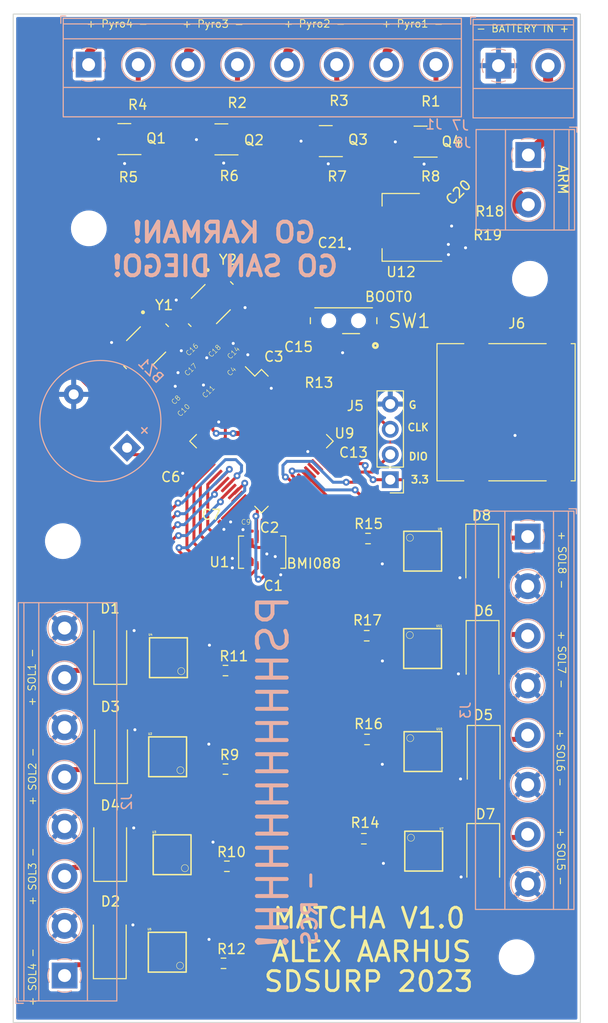
<source format=kicad_pcb>
(kicad_pcb (version 20211014) (generator pcbnew)
  (layers (0 "F.Cu" signal) (31 "B.Cu" power) (34 "B.Paste" user) (35 "F.Paste" user) (36 "B.SilkS" user "B.Silkscreen") (37 "F.SilkS" user "F.Silkscreen") (38 "B.Mask" user) (39 "F.Mask" user) (44 "Edge.Cuts" user))
  (net 0 "")
  (net 1 "BUZZER")
  (net 2 "GND")
  (net 3 "3.3V")
  (net 4 "Net-(C7-Pad1)")
  (net 5 "Net-(C10-Pad2)")
  (net 6 "Net-(C11-Pad1)")
  (net 7 "RCC_OSC32_OUT")
  (net 8 "RCC_OSC32_IN")
  (net 9 "RCC_OSC_IN")
  (net 10 "RCC_OSC_OUT")
  (net 11 "PWR")
  (net 12 "Net-(D1-Pad1)")
  (net 13 "Net-(D2-Pad1)")
  (net 14 "Net-(D3-Pad1)")
  (net 15 "Net-(D4-Pad1)")
  (net 16 "Net-(D5-Pad1)")
  (net 17 "Net-(D6-Pad1)")
  (net 18 "Net-(D7-Pad1)")
  (net 19 "Net-(J1-Pad2)")
  (net 20 "Net-(J1-Pad4)")
  (net 21 "Net-(J1-Pad6)")
  (net 22 "Net-(J1-Pad8)")
  (net 23 "USB_OTG_FS_DM")
  (net 24 "USB_OTG_FS_DP")
  (net 25 "USB_OTG_FS_ID")
  (net 26 "SYS_JTMS-SWDIO")
  (net 27 "SYS_JTCK_SWCLK")
  (net 28 "SDIO_D2")
  (net 29 "SDIO_D3")
  (net 30 "SDIO_CMD")
  (net 31 "SDIO_CK")
  (net 32 "SDIO_D0")
  (net 33 "SDIO_D1")
  (net 35 "BATT+")
  (net 36 "PYRO4")
  (net 37 "Net-(Q1-Pad2)")
  (net 38 "PYRO3")
  (net 39 "Net-(Q2-Pad2)")
  (net 40 "PYRO2")
  (net 41 "Net-(Q3-Pad2)")
  (net 42 "PYRO1")
  (net 43 "Net-(Q4-Pad2)")
  (net 44 "Net-(R9-Pad1)")
  (net 45 "SOL2")
  (net 46 "Net-(R10-Pad1)")
  (net 47 "SOL3")
  (net 48 "Net-(R11-Pad1)")
  (net 49 "SOL1")
  (net 50 "Net-(R12-Pad1)")
  (net 51 "SOL4")
  (net 52 "Net-(R13-Pad1)")
  (net 53 "Net-(R13-Pad2)")
  (net 54 "Net-(R14-Pad1)")
  (net 55 "SOL5")
  (net 56 "Net-(R15-Pad1)")
  (net 57 "SOL8")
  (net 58 "Net-(R16-Pad1)")
  (net 59 "SOL6")
  (net 60 "Net-(R17-Pad1)")
  (net 61 "SOL7")
  (net 62 "VMON")
  (net 64 "INT_ACC1")
  (net 65 "MISO")
  (net 66 "CS1_ACC")
  (net 67 "INT_GYRO2")
  (net 68 "INT_GYRO1")
  (net 69 "MOSI")
  (net 70 "SCK")
  (net 71 "CS2_GYRO")
  (net 72 "INT_ACC2")
  (net 83 "Net-(D8-Pad1)")
  (footprint "Resistor_SMD:R_0603_1608Metric" (layer "F.Cu") (at 61.0534 98.4804 180)
    (fp_text reference "R16")
    (fp_text value "270")
  )
  (footprint "Resistor_SMD:R_0603_1608Metric" (layer "F.Cu") (at 46.7934 101.4642)
    (fp_text reference "R9")
    (fp_text value "270")
  )
  (footprint "Diode_SMD:D_SMA" (layer "F.Cu") (at 35.2634 99.5142 90)
    (fp_text reference "D3")
    (fp_text value "B330")
  )
  (footprint "Package_TO_SOT_SMD:SOT-23" (layer "F.Cu") (at 56.8946 38.2032 180)
    (fp_text reference "Q3")
    (fp_text value "2N7002K")
  )
  (footprint "Capacitor_SMD:C_01005_0402Metric" (layer "F.Cu") (at 45.6136 62.5944 135)
    (fp_text reference "C11")
    (fp_text value "100nF")
  )
  (footprint "Capacitor_SMD:C_01005_0402Metric" (layer "F.Cu") (at 46.363033 76.350483 -135)
    (fp_text reference "C7")
    (fp_text value "4.7uF")
  )
  (footprint "Diode_SMD:D_SMA" (layer "F.Cu") (at 35.1734 109.3742 90)
    (fp_text reference "D4")
    (fp_text value "B330")
  )
  (footprint "BMI088:BMI088" (layer "F.Cu") (at 50.4898 79.6118 180)
    (fp_text reference "U1")
    (fp_text value "BMI088")
  )
  (footprint "CPC1020NTR:4-SOP" (layer "F.Cu") (at 41.0434 90.2404 90)
    (fp_text reference "U4")
    (fp_text value "CPC1020NTR")
  )
  (footprint "Capacitor_SMD:C_01005_0402Metric" (layer "F.Cu") (at 51.2066 81.7398)
    (fp_text reference "C1")
    (fp_text value "100nF")
  )
  (footprint "Resistor_SMD:R_0201_0603Metric" (layer "F.Cu") (at 58.2916 40.4892)
    (fp_text reference "R7")
    (fp_text value "470")
  )
  (footprint "MountingHole:MountingHole_3mm" (layer "F.Cu") (at 77.47 52.07)
    (fp_text reference "H2")
    (fp_text value "MountingHole")
  )
  (footprint "CPC1020NTR:4-SOP" (layer "F.Cu") (at 66.6534 89.3204 -90)
    (fp_text reference "U11")
    (fp_text value "CPC1020NTR")
  )
  (footprint "Package_TO_SOT_SMD:SOT-23" (layer "F.Cu") (at 46.379 38.0254 180)
    (fp_text reference "Q2")
    (fp_text value "2N7002K")
  )
  (footprint "Package_TO_SOT_SMD:SOT-223-3_TabPin2" (layer "F.Cu") (at 64.48 46.89 180)
    (fp_text reference "U12")
    (fp_text value "NCP1117-3.3_SOT223")
  )
  (footprint "Capacitor_SMD:C_01005_0402Metric" (layer "F.Cu") (at 46.769432 59.383284 45)
    (fp_text reference "C14")
    (fp_text value "26pf")
  )
  (footprint "Resistor_SMD:R_0603_1608Metric" (layer "F.Cu") (at 46.5934 121.0304)
    (fp_text reference "R12")
    (fp_text value "270")
  )
  (footprint "CPC1020NTR:4-SOP" (layer "F.Cu") (at 66.7634 109.7304 -90)
    (fp_text reference "U7")
    (fp_text value "CPC1020NTR")
  )
  (footprint "Capacitor_SMD:C_01005_0402Metric" (layer "F.Cu") (at 58.088678 70.871122 -135)
    (fp_text reference "C13")
    (fp_text value "100nF")
  )
  (footprint "Resistor_SMD:R_0603_1608Metric" (layer "F.Cu") (at 61.153401 78.2404 180)
    (fp_text reference "R15")
    (fp_text value "270")
  )
  (footprint "Capacitor_SMD:C_0201_0603Metric" (layer "F.Cu") (at 59.32 47.78 -90)
    (fp_text reference "C21")
    (fp_text value "10uF")
  )
  (footprint "CPC1020NTR:4-SOP" (layer "F.Cu") (at 66.6634 79.5104 -90)
    (fp_text reference "U8")
    (fp_text value "CPC1020NTR")
  )
  (footprint "Resistor_SMD:R_0201_0603Metric" (layer "F.Cu") (at 39.44 34.39 90)
    (fp_text reference "R4")
    (fp_text value "1")
  )
  (footprint "CPC1020NTR:4-SOP" (layer "F.Cu") (at 40.9634 100.2242 90)
    (fp_text reference "U2")
    (fp_text value "CPC1020NTR")
  )
  (footprint "Resistor_SMD:R_0603_1608Metric" (layer "F.Cu") (at 60.733401 108.480401 180)
    (fp_text reference "R14")
    (fp_text value "270")
  )
  (footprint "Connector_PinHeader_2.54mm:PinHeader_1x04_P2.54mm_Vertical" (layer "F.Cu") (at 63.3936 72.3126 180)
    (fp_text reference "J5")
    (fp_text value "Conn_01x04")
  )
  (footprint "Capacitor_SMD:C_01005_0402Metric" (layer "F.Cu") (at 49.6816 77.4898 180)
    (fp_text reference "C2")
    (fp_text value "100nF")
  )
  (footprint "Capacitor_SMD:C_01005_0402Metric" (layer "F.Cu") (at 43.1816 71.2898 135)
    (fp_text reference "C6")
    (fp_text value "100nF")
  )
  (footprint "PCM12SMTR:SW_PCM12SMTR" (layer "F.Cu") (at 58.6946 56.2952 180)
    (fp_text reference "SW1")
    (fp_text value "PCM12SMTR")
  )
  (footprint "Package_TO_SOT_SMD:SOT-23" (layer "F.Cu") (at 36.6 38 180)
    (fp_text reference "Q1")
    (fp_text value "2N7002K")
  )
  (footprint "Capacitor_SMD:C_0201_0603Metric" (layer "F.Cu") (at 69.55 45.55 -90)
    (fp_text reference "C20")
    (fp_text value "100nF")
  )
  (footprint "Capacitor_SMD:C_01005_0402Metric" (layer "F.Cu") (at 48.205423 60.561377 45)
    (fp_text reference "C4")
    (fp_text value "100nF")
  )
  (footprint "Package_TO_SOT_SMD:SOT-23" (layer "F.Cu") (at 66.445 38.254 180)
    (fp_text reference "Q4")
    (fp_text value "2N7002K")
  )
  (footprint "Resistor_SMD:R_0603_1608Metric" (layer "F.Cu") (at 61.0234 88.030401 180)
    (fp_text reference "R17")
    (fp_text value "270")
  )
  (footprint "CPC1020NTR:4-SOP" (layer "F.Cu") (at 41.4134 110.0904 90)
    (fp_text reference "U3")
    (fp_text value "CPC1020NTR")
  )
  (footprint "Resistor_SMD:R_0201_0603Metric" (layer "F.Cu") (at 70.96 45.55 -90)
    (fp_text reference "R18")
    (fp_text value "1M")
  )
  (footprint "Capacitor_SMD:C_01005_0402Metric" (layer "F.Cu") (at 45.804233 60.348483 -135)
    (fp_text reference "C18")
    (fp_text value "26uf")
  )
  (footprint "Diode_SMD:D_SMA" (layer "F.Cu") (at 35.1334 119.1742 90)
    (fp_text reference "D2")
    (fp_text value "B330")
  )
  (footprint "Capacitor_SMD:C_01005_0402Metric" (layer "F.Cu") (at 43.568624 64.783868 135)
    (fp_text reference "C10")
    (fp_text value "1uF")
  )
  (footprint "Resistor_SMD:R_0201_0603Metric" (layer "F.Cu") (at 47.994 40.413)
    (fp_text reference "R6")
    (fp_text value "470")
  )
  (footprint "Diode_SMD:D_SMA" (layer "F.Cu") (at 72.6934 89.9004 -90)
    (fp_text reference "D6")
    (fp_text value "B330")
  )
  (footprint "MountingHole:MountingHole_3mm" (layer "F.Cu") (at 76.1234 120.4104)
    (fp_text reference "H4")
    (fp_text value "MountingHole")
  )
  (footprint "Resistor_SMD:R_0201_0603Metric" (layer "F.Cu") (at 68.88 34.05 90)
    (fp_text reference "R1")
    (fp_text value "1")
  )
  (footprint "Capacitor_SMD:C_01005_0402Metric" (layer "F.Cu") (at 42.807033 60.704083 -135)
    (fp_text reference "C17")
    (fp_text value "26uf")
  )
  (footprint "Resistor_SMD:R_0201_0603Metric" (layer "F.Cu") (at 49.57 34.28 90)
    (fp_text reference "R2")
    (fp_text value "1")
  )
  (footprint "Resistor_SMD:R_0603_1608Metric" (layer "F.Cu") (at 46.9334 111.2542)
    (fp_text reference "R10")
    (fp_text value "270")
  )
  (footprint "Capacitor_SMD:C_01005_0402Metric" (layer "F.Cu") (at 42.569278 63.784522 135)
    (fp_text reference "C8")
    (fp_text value "100nF")
  )
  (footprint "Diode_SMD:D_SMA" (layer "F.Cu") (at 72.8034 100.4704 -90)
    (fp_text reference "D5")
    (fp_text value "B330")
  )
  (footprint "Resistor_SMD:R_0201_0603Metric" (layer "F.Cu") (at 68.1366 40.5146)
    (fp_text reference "R8")
    (fp_text value "470")
  )
  (footprint "MountingHole:MountingHole_3mm" (layer "F.Cu") (at 30.4034 78.5004)
    (fp_text reference "H1")
    (fp_text value "MountingHole")
  )
  (footprint "ABMM2_6mm_3_6mm:XTAL_ABMM2-32.768MHZ-E2F-T" (layer "F.Cu") (at 45.3088 54.6188 -45)
    (fp_text reference "Y2")
    (fp_text value "ABMM2-32.768MHZ-E2F-T")
  )
  (footprint "Resistor_SMD:R_0603_1608Metric" (layer "F.Cu") (at 46.7934 91.5404)
    (fp_text reference "R11")
    (fp_text value "270")
  )
  (footprint "Diode_SMD:D_SMA" (layer "F.Cu") (at 72.7634 110.3504 -90)
    (fp_text reference "D7")
    (fp_text value "B330")
  )
  (footprint "Resistor_SMD:R_01005_0402Metric" (layer "F.Cu") (at 54.583478 61.803322 45)
    (fp_text reference "R13")
    (fp_text value "10k")
  )
  (footprint "Capacitor_SMD:C_01005_0402Metric" (layer "F.Cu") (at 53.017833 60.856483 -45)
    (fp_text reference "C3")
    (fp_text value "100nF")
  )
  (footprint "Connector_Card:microSD_HC_Wuerth_693072010801" (layer "F.Cu") (at 76.2139 65.5154 -90)
    (fp_text reference "J6")
    (fp_text value "Micro_SD_Card")
  )
  (footprint "Diode_SMD:D_SMA" (layer "F.Cu") (at 72.6634 80.1904 -90)
    (fp_text reference "D8")
    (fp_text value "B330")
  )
  (footprint "Package_QFP:LQFP-64_10x10mm_P0.5mm" (layer "F.Cu") (at 50.417878 68.432722 -45)
    (fp_text reference "U9")
    (fp_text value "STM32F401RDTx")
  )
  (footprint "Capacitor_SMD:C_01005_0402Metric" (layer "F.Cu") (at 47.887033 75.994883 135)
    (fp_text reference "C9")
    (fp_text value "100nF")
  )
  (footprint "MountingHole:MountingHole_3mm" (layer "F.Cu") (at 33.02 46.99)
    (fp_text reference "H3")
    (fp_text value "MountingHole")
  )
  (footprint "Resistor_SMD:R_0201_0603Metric" (layer "F.Cu") (at 59.88 34.29 90)
    (fp_text reference "R3")
    (fp_text value "1")
  )
  (footprint "ABMM2_6mm_3_6mm:XTAL_ABMM2-25.000MHZ-D1-T" (layer "F.Cu") (at 38.793833 58.875283 -45)
    (fp_text reference "Y1")
    (fp_text value "ABMM2-25MHZ-D1-T")
  )
  (footprint "Resistor_SMD:R_0201_0603Metric" (layer "F.Cu") (at 37.9864 40.4892)
    (fp_text reference "R5")
    (fp_text value "470")
  )
  (footprint "Capacitor_SMD:C_01005_0402Metric" (layer "F.Cu") (at 53.729033 60.145283 135)
    (fp_text reference "C15")
    (fp_text value "4.7uF")
  )
  (footprint "CPC1020NTR:4-SOP" (layer "F.Cu") (at 40.9234 119.9104 90)
    (fp_text reference "U5")
    (fp_text value "CPC1020NTR")
  )
  (footprint "CPC1020NTR:4-SOP" (layer "F.Cu") (at 66.6934 99.7004 -90)
    (fp_text reference "U10")
    (fp_text value "CPC1020NTR")
  )
  (footprint "Capacitor_SMD:C_01005_0402Metric" (layer "F.Cu") (at 43.873833 59.688083 45)
    (fp_text reference "C16")
    (fp_text value "26pf")
  )
  (footprint "Resistor_SMD:R_0201_0603Metric" (layer "F.Cu") (at 70.96 47.75 -90)
    (fp_text reference "R19")
    (fp_text value "100K")
  )
  (footprint "Diode_SMD:D_SMA" (layer "F.Cu") (at 35.1834 89.5242 90)
    (fp_text reference "D1")
    (fp_text value "B330")
  )
  (footprint "TerminalBlock_Phoenix:TerminalBlock_Phoenix_MKDS-1,5-2_1x02_P5.00mm_Horizontal" (layer "B.Cu") (at 77.305 39.6 -90)
    (fp_text reference "J8")
    (fp_text value "Screw_Terminal_01x02")
  )
  (footprint "TerminalBlock_Phoenix:TerminalBlock_Phoenix_MKDS-1,5-8_1x08_P5.00mm_Horizontal" (layer "B.Cu") (at 33 30.495)
    (fp_text reference "J1")
    (fp_text value "Screw_Terminal_01x08")
  )
  (footprint "Buzzer_Beeper:Buzzer_12x9.5RM7.6" (layer "B.Cu") (at 36.870406 69.087406 135)
    (fp_text reference "BZ1")
    (fp_text value "Buzzer")
  )
  (footprint "TerminalBlock_Phoenix:TerminalBlock_Phoenix_MKDS-1,5-8_1x08_P5.00mm_Horizontal" (layer "B.Cu") (at 30.5784 122.2604 90)
    (fp_text reference "J2")
    (fp_text value "Screw_Terminal_01x08")
  )
  (footprint "TerminalBlock_Phoenix:TerminalBlock_Phoenix_MKDS-1,5-8_1x08_P5.00mm_Horizontal" (layer "B.Cu") (at 77.2434 78.0404 -90)
    (fp_text reference "J3")
    (fp_text value "Screw_Terminal_01x08")
  )
  (footprint "TerminalBlock_Phoenix:TerminalBlock_Phoenix_MKDS-1,5-2_1x02_P5.00mm_Horizontal" (layer "B.Cu") (at 74.3 30.6)
    (fp_text reference "J7")
    (fp_text value "Screw_Terminal_01x02")
  )
  (gr_rect (start 25.4 25.4) (end 82.55 127) (layer "Edge.Cuts") (width 0.1) (fill none))
  (gr_text "GO SAN DIEGO!" (at 46.75 50.81) (layer "B.SilkS") (effects (font (size 2 2) (thickness 0.4)) (justify mirror)))
  (gr_text "GO KARMAN! " (at 45.87 47.41) (layer "B.SilkS") (effects (font (size 2 2) (thickness 0.4)) (justify mirror)))
  (gr_text "- RCS" (at 55.28 115.48 90) (layer "B.SilkS") (effects (font (size 1.5 1.5) (thickness 0.3)) (justify mirror)))
  (gr_text "PSHHHHHHHHH!" (at 51.59 101.75 90) (layer "B.SilkS") (effects (font (size 3 3) (thickness 0.4)) (justify mirror)))
  (gr_text "3.3" (at 66.3816 72.296) (layer "F.SilkS") (effects (font (size 0.75 0.75))))
  (gr_text "+ SOL2 -" (at 27.34 102.22 90) (layer "F.SilkS") (effects (font (size 0.75 0.75) (thickness 0.1))))
  (gr_text "SDSURP 2023" (at 61.22 122.86) (layer "F.SilkS") (effects (font (size 2 2) (thickness 0.3))))
  (gr_text "+ SOL3 -" (at 27.34 112.29 90) (layer "F.SilkS") (effects (font (size 0.75 0.75) (thickness 0.1))))
  (gr_text "+ Pyro1 -" (at 65.64 26.38) (layer "F.SilkS") (effects (font (size 0.75 0.75) (thickness 0.1))))
  (gr_text "MATCHA V1.0" (at 61.26 116.48) (layer "F.SilkS") (effects (font (size 2 2) (thickness 0.3))))
  (gr_text "G" (at 65.6416 64.786) (layer "F.SilkS") (effects (font (size 0.75 0.75))))
  (gr_text "+ SOL4 -" (at 27.34 122.42 90) (layer "F.SilkS") (effects (font (size 0.75 0.75) (thickness 0.1))))
  (gr_text "+ SOL1 -" (at 27.29 92.22 90) (layer "F.SilkS") (effects (font (size 0.75 0.75) (thickness 0.1))))
  (gr_text "+ SOL7 -" (at 80.6734 90.4404 270) (layer "F.SilkS") (effects (font (size 0.75 0.75) (thickness 0.1))))
  (gr_text "CLK" (at 66.2016 67.036) (layer "F.SilkS") (effects (font (size 0.75 0.75))))
  (gr_text "+ Pyro2 -" (at 55.77 26.38) (layer "F.SilkS") (effects (font (size 0.75 0.75) (thickness 0.1))))
  (gr_text "+ Pyro3 -" (at 45.54 26.4) (layer "F.SilkS") (effects (font (size 0.75 0.75) (thickness 0.1))))
  (gr_text "ALEX AARHUS" (at 61.5 119.86) (layer "F.SilkS") (effects (font (size 2 2) (thickness 0.3))))
  (gr_text "+ Pyro4 -" (at 35.87 26.38) (layer "F.SilkS") (effects (font (size 0.75 0.75) (thickness 0.1))))
  (gr_text "+ SOL6 -" (at 80.5534 100.3304 270) (layer "F.SilkS") (effects (font (size 0.75 0.75) (thickness 0.1))))
  (gr_text "+ SOL5 -" (at 80.5934 110.2904 270) (layer "F.SilkS") (effects (font (size 0.75 0.75) (thickness 0.1))))
  (gr_text "ARM" (at 80.81 42.07 270) (layer "F.SilkS") (effects (font (size 1 1))))
  (gr_text "- BATTERY IN +" (at 76.74 26.86) (layer "F.SilkS") (effects (font (size 0.75 0.75) (thickness 0.1))))
  (gr_text "+ SOL8 -" (at 80.7034 80.4104 270) (layer "F.SilkS") (effects (font (size 0.75 0.75) (thickness 0.1))))
  (gr_text "DIO" (at 66.2216 69.976) (layer "F.SilkS") (effects (font (size 0.75 0.75))))
  (gr_text "BOOT0" (at 63.2516 53.886) (layer "F.SilkS") (effects (font (size 1 1))))
  (segment (start 43.462282 69.7904) (end 37.5734 69.7904) (width 0.3) (layer "F.Cu") (net 1))
  (segment (start 37.5734 69.7904) (end 36.870406 69.087406) (width 0.3) (layer "F.Cu") (net 1))
  (segment (start 43.753397 69.793903) (end 43.465785 69.793903) (width 0.3) (layer "F.Cu") (net 1))
  (segment (start 43.465785 69.793903) (end 43.462282 69.7904) (width 0.3) (layer "F.Cu") (net 1))
  (segment (start 35.1334 117.1742) (end 37.4496 117.1742) (width 0.5) (layer "F.Cu") (net 2))
  (segment (start 72.7634 112.3504) (end 70.5534 112.3504) (width 0.5) (layer "F.Cu") (net 2))
  (segment (start 63.963402 101.000402) (end 62.613402 101.000402) (width 0.3) (layer "F.Cu") (net 2))
  (segment (start 52.132612 62.095258) (end 53.19461 61.03326) (width 0.3) (layer "F.Cu") (net 2))
  (segment (start 47.5051 80.2148) (end 47.4816 80.2383) (width 0.3) (layer "F.Cu") (net 2))
  (segment (start 46.10916 66.495194) (end 45.271294 65.657328) (width 0.3) (layer "F.Cu") (net 2))
  (segment (start 36.38967 59.56667) (end 35.3134 58.4904) (width 0.3) (layer "F.Cu") (net 2))
  (segment (start 72.8034 102.4704) (end 70.4834 102.4704) (width 0.5) (layer "F.Cu") (net 2))
  (segment (start 44.384706 59.511306) (end 44.9024 60.029) (width 0.3) (layer "F.Cu") (net 2))
  (segment (start 48.703144 74.74365) (end 48.703144 74.744856) (width 0.3) (layer "F.Cu") (net 2))
  (segment (start 57.629249 71.047899) (end 57.911901 71.047899) (width 0.3) (layer "F.Cu") (net 2))
  (segment (start 49.489799 80.7675) (end 49.489799 80.372999) (width 0.3) (layer "F.Cu") (net 2))
  (segment (start 48.6066 81.1398) (end 48.5566 81.1898) (width 0.3) (layer "F.Cu") (net 2))
  (segment (start 51.4042 63.1018) (end 51.4042 62.850206) (width 0.3) (layer "F.Cu") (net 2))
  (segment (start 63.9634 111.000401) (end 62.743401 111.000402) (width 0.3) (layer "F.Cu") (net 2))
  (segment (start 65.5075 38.254) (end 63.9304 38.254) (width 0.5) (layer "F.Cu") (net 2))
  (segment (start 47.712963 53.911693) (end 47.712963 53.924163) (width 0.3) (layer "F.Cu") (net 2))
  (segment (start 41.197996 58.178796) (end 42.337 59.3178) (width 0.3) (layer "F.Cu") (net 2))
  (segment (start 51.4566 81.7398) (end 52.2066 81.7398) (width 0.3) (layer "F.Cu") (net 2))
  (segment (start 45.271294 65.657328) (end 45.16761 65.657328) (width 0.3) (layer "F.Cu") (net 2))
  (segment (start 59.32 48.1) (end 59.32 49.03) (width 0.3) (layer "F.Cu") (net 2))
  (segment (start 60.9446 58.0452) (end 60.0688 58.0452) (width 0.3) (layer "F.Cu") (net 2))
  (segment (start 37.6664 40.4892) (end 36.6508 40.4892) (width 0.3) (layer "F.Cu") (net 2))
  (segment (start 35.1734 107.3742) (end 37.5272 107.3742) (width 0.5) (layer "F.Cu") (net 2))
  (segment (start 49.4316 77.4898) (end 48.7066 77.4898) (width 0.3) (layer "F.Cu") (net 2))
  (segment (start 44.926777 62.417623) (end 44.5722 62.7722) (width 0.3) (layer "F.Cu") (net 2))
  (segment (start 37.6496 97.5142) (end 37.6634 97.5004) (width 0.5) (layer "F.Cu") (net 2))
  (segment (start 56.1032 69.528) (end 56.0524 69.4772) (width 0.3) (layer "F.Cu") (net 2))
  (segment (start 48.9898 80.7675) (end 48.9789 80.7675) (width 0.3) (layer "F.Cu") (net 2))
  (segment (start 47.674 40.413) (end 46.6076 40.413) (width 0.3) (layer "F.Cu") (net 2))
  (segment (start 42.904637 55.325907) (end 42.904637 55.288037) (width 0.3) (layer "F.Cu") (net 2))
  (segment (start 37.5696 87.5242) (end 37.5834 87.5104) (width 0.5) (layer "F.Cu") (net 2))
  (segment (start 70.4834 102.4704) (end 70.4734 102.4604) (width 0.5) (layer "F.Cu") (net 2))
  (segment (start 63.863401 80.780402) (end 62.603401 80.780402) (width 0.3) (layer "F.Cu") (net 2))
  (segment (start 45.436823 62.417623) (end 44.926777 62.417623) (width 0.3) (layer "F.Cu") (net 2))
  (segment (start 48.7066 77.4898) (end 48.5566 77.3398) (width 0.3) (layer "F.Cu") (net 2))
  (segment (start 35.2634 97.5142) (end 37.6496 97.5142) (width 0.5) (layer "F.Cu") (net 2))
  (segment (start 37.5272 107.3742) (end 37.5434 107.3904) (width 0.5) (layer "F.Cu") (net 2))
  (segment (start 47.712963 53.924163) (end 48.7632 54.9744) (width 0.3) (layer "F.Cu") (net 2))
  (segment (start 55.9571 38.2032) (end 54.4054 38.2032) (width 0.5) (layer "F.Cu") (net 2))
  (segment (start 56.722656 70.147456) (end 56.1032 69.528) (width 0.3) (layer "F.Cu") (net 2))
  (segment (start 72.6934 91.9004) (end 70.2934 91.9004) (width 0.5) (layer "F.Cu") (net 2))
  (segment (start 60.0688 58.0452) (end 58.593 59.521) (width 0.3) (layer "F.Cu") (net 2))
  (segment (start 45.1134 118.6404) (end 45.1334 118.6204) (width 0.5) (layer "F.Cu") (net 2))
  (segment (start 50.9566 79.7898) (end 50.4898 80.2566) (width 0.3) (layer "F.Cu") (net 2))
  (segment (start 51.489801 80.365862) (end 51.489801 80.7675) (width 0.3) (layer "F.Cu") (net 2))
  (segment (start 70.96 48.07) (end 70.96 48.93) (width 0.3) (layer "F.Cu") (net 2))
  (segment (start 48.703144 74.744856) (end 47.710256 75.737744) (width 0.3) (layer "F.Cu") (net 2))
  (segment (start 49.3316 80.2148) (end 47.5051 80.2148) (width 0.3) (layer "F.Cu") (net 2))
  (segment (start 70.2934 91.9004) (end 70.2634 91.8704) (width 0.5) (layer "F.Cu") (net 2))
  (segment (start 42.392501 63.564301) (end 41.7274 62.8992) (width 0.3) (layer "F.Cu") (net 2))
  (segment (start 72.6634 82.1904) (end 70.4134 82.1904) (width 0.5) (layer "F.Cu") (net 2))
  (segment (start 45.1634 88.9704) (end 45.1734 88.9804) (width 0.5) (layer "F.Cu") (net 2))
  (segment (start 47.3066 76.5648) (end 47.3066 76.221762) (width 0.3) (layer "F.Cu") (net 2))
  (segment (start 43.7634 98.9542) (end 45.1096 98.9542) (width 0.5) (layer "F.Cu") (net 2))
  (segment (start 47.710256 75.737744) (end 47.710256 75.818106) (width 0.3) (layer "F.Cu") (net 2))
  (segment (start 62.613402 101.000402) (end 62.593401 100.980402) (width 0.3) (layer "F.Cu") (net 2))
  (segment (start 62.743401 111.000402) (end 62.703399 110.9604) (width 0.3) (layer "F.Cu") (net 2))
  (segment (start 52.2066 81.7398) (end 52.3566 81.8898) (width 0.3) (layer "F.Cu") (net 2))
  (segment (start 37.4496 117.1742) (end 37.4634 117.1604) (width 0.5) (layer "F.Cu") (net 2))
  (segment (start 44.10695 70.147456) (end 43.28125 70.973156) (width 0.3) (layer "F.Cu") (net 2))
  (segment (start 49.489799 80.372999) (end 49.3316 80.2148) (width 0.3) (layer "F.Cu") (net 2))
  (segment (start 56.728806 70.147456) (end 57.629249 71.047899) (width 0.3) (layer "F.Cu") (net 2))
  (segment (start 76.0034 67.8154) (end 75.9666 67.8522) (width 0.5) (layer "F.Cu") (net 2))
  (segment (start 43.28125 70.973156) (end 43.14469 70.973156) (width 0.3) (layer "F.Cu") (net 2))
  (segment (start 43.8898 38.0254) (end 43.8644 38.0508) (width 0.3) (layer "F.Cu") (net 2))
  (segment (start 45.39866 60.52526) (end 44.9024 60.029) (width 0.3) (layer "F.Cu") (net 2))
  (segment (start 51.4042 62.850206) (end 52.132612 62.121794) (width 0.3) (layer "F.Cu") (net 2))
  (segment (start 48.3822 60.3846) (end 49.0426 59.7242) (width 0.3) (layer "F.Cu") (net 2))
  (segment (start 43.14469 70.973156) (end 43.004823 71.113023) (width 0.3) (layer "F.Cu") (net 2))
  (segment (start 42.392501 63.607745) (end 42.392501 63.564301) (width 0.3) (layer "F.Cu") (net 2))
  (segment (start 67.8166 40.5146) (end 66.8006 40.5146) (width 0.3) (layer "F.Cu") (net 2))
  (segment (start 36.6508 40.4892) (end 36.6254 40.4638) (width 0.3) (layer "F.Cu") (net 2))
  (segment (start 46.946209 59.204391) (end 47.5694 58.5812) (width 0.3) (layer "F.Cu") (net 2))
  (segment (start 51.802079 80.053584) (end 51.489801 80.365862) (width 0.3) (layer "F.Cu") (net 2))
  (segment (start 43.004823 71.141577) (end 42.4816 71.6648) (width 0.3) (layer "F.Cu") (net 2))
  (segment (start 43.8434 88.9704) (end 45.1634 88.9704) (width 0.5) (layer "F.Cu") (net 2))
  (segment (start 44.05061 59.511306) (end 44.384706 59.511306) (width 0.3) (layer "F.Cu") (net 2))
  (segment (start 48.5566 81.1898) (end 47.4816 81.1898) (width 0.3) (layer "F.Cu") (net 2))
  (segment (start 46.186256 76.52726) (end 46.186256 76.869456) (width 0.3) (layer "F.Cu") (net 2))
  (segment (start 63.9304 38.254) (end 63.905 38.2794) (width 0.3) (layer "F.Cu") (net 2))
  (segment (start 77.7639 67.8154) (end 76.0034 67.8154) (width 0.5) (layer "F.Cu") (net 2))
  (segment (start 70.5534 112.3504) (end 70.5334 112.3304) (width 0.5) (layer "F.Cu") (net 2))
  (segment (start 43.004823 71.113023) (end 43.004823 71.141577) (width 0.3) (layer "F.Cu") (net 2))
  (segment (start 59.32 49.03) (end 59.29 49.06) (width 0.3) (layer "F.Cu") (net 2))
  (segment (start 45.1096 98.9542) (end 45.1134 98.9504) (width 0.5) (layer "F.Cu") (net 2))
  (segment (start 43.7234 118.6404) (end 45.1134 118.6404) (width 0.5) (layer "F.Cu") (net 2))
  (segment (start 52.132612 62.121794) (end 52.132612 62.095258) (width 0.3) (layer "F.Cu") (net 2))
  (segment (start 56.0524 69.4772) (end 55.0872 69.4772) (width 0.3) (layer "F.Cu") (net 2))
  (segment (start 47.3066 76.221762) (end 47.710256 75.818106) (width 0.3) (layer "F.Cu") (net 2))
  (segment (start 45.4415 38.0254) (end 43.8898 38.0254) (width 0.5) (layer "F.Cu") (net 2))
  (segment (start 62.623402 90.590402) (end 62.6034 90.5704) (width 0.3) (layer "F.Cu") (net 2))
  (segment (start 45.627456 60.52526) (end 45.39866 60.52526) (width 0.3) (layer "F.Cu") (net 2))
  (segment (start 41.197996 58.168176) (end 41.197996 58.178796) (width 0.3) (layer "F.Cu") (net 2))
  (segment (start 35.6625 38) (end 34.0092 38) (width 0.5) (layer "F.Cu") (net 2))
  (segment (start 36.38967 59.58239) (end 36.38967 59.56667) (width 0.3) (layer "F.Cu") (net 2))
  (segment (start 46.186256 76.869456) (end 46.6316 77.3148) (width 0.3) (layer "F.Cu") (net 2))
  (segment (start 69.55 45.87) (end 69.55 46.7328) (width 0.5) (layer "F.Cu") (net 2))
  (segment (start 46.946209 59.206507) (end 46.946209 59.204391) (width 0.3) (layer "F.Cu") (net 2))
  (segment (start 42.904637 55.288037) (end 41.829 54.2124) (width 0.3) (layer "F.Cu") (net 2))
  (segment (start 63.853402 90.590402) (end 62.623402 90.590402) (width 0.3) (layer "F.Cu") (net 2))
  (segment (start 57.9716 40.4892) (end 57.1486 40.4892) (width 0.3) (layer "F.Cu") (net 2))
  (segment (start 50.4898 80.2566) (end 50.4898 80.7675) (width 0.3) (layer "F.Cu") (net 2))
  (segment (start 70.96 48.93) (end 70.98 48.95) (width 0.3) (layer "F.Cu") (net 2))
  (segment (start 42.630256 60.904144) (end 42.0068 61.5276) (width 0.3) (layer "F.Cu") (net 2))
  (segment (start 42.630256 60.88086) (end 42.630256 60.904144) (width 0.3) (layer "F.Cu") (net 2))
  (segment (start 48.9789 80.7675) (end 48.6066 81.1398) (width 0.3) (layer "F.Cu") (net 2))
  (segment (start 53.19461 61.03326) (end 53.90581 60.32206) (width 0.3) (layer "F.Cu") (net 2))
  (segment (start 44.2134 108.8204) (end 45.5334 108.8204) (width 0.5) (layer "F.Cu") (net 2))
  (segment (start 62.603401 80.780402) (end 62.593402 80.790401) (width 0.3) (layer "F.Cu") (net 2))
  (segment (start 56.728806 70.147456) (end 56.722656 70.147456) (width 0.3) (layer "F.Cu") (net 2))
  (segment (start 35.1834 87.5242) (end 37.5696 87.5242) (width 0.5) (layer "F.Cu") (net 2))
  (via (at 69.26 49.64) (size 0.7) (drill 0.3) (layers "F.Cu" "B.Cu") (net 2))
  (via (at 70.4734 102.4604) (size 0.7) (drill 0.3) (layers "F.Cu" "B.Cu") (net 2))
  (via (at 63.905 38.2794) (size 0.7) (drill 0.3) (layers "F.Cu" "B.Cu") (net 2))
  (via (at 70.98 48.95) (size 0.7) (drill 0.3) (layers "F.Cu" "B.Cu") (net 2))
  (via (at 42.4816 71.6648) (size 0.7) (drill 0.3) (layers "F.Cu" "B.Cu") (net 2))
  (via (at 34.0092 38) (size 0.7) (drill 0.3) (layers "F.Cu" "B.Cu") (net 2))
  (via (at 35.3134 58.4904) (size 0.7) (drill 0.3) (layers "F.Cu" "B.Cu") (net 2))
  (via (at 49.0426 59.7242) (size 0.7) (drill 0.3) (layers "F.Cu" "B.Cu") (net 2))
  (via (at 45.1134 98.9504) (size 0.7) (drill 0.3) (layers "F.Cu" "B.Cu") (net 2))
  (via (at 47.4816 80.2383) (size 0.7) (drill 0.3) (layers "F.Cu" "B.Cu") (net 2))
  (via (at 41.7274 62.8992) (size 0.7) (drill 0.3) (layers "F.Cu" "B.Cu") (net 2))
  (via (at 50.9566 79.7898) (size 0.7) (drill 0.3) (layers "F.Cu" "B.Cu") (net 2))
  (via (at 62.6034 90.5704) (size 0.7) (drill 0.3) (layers "F.Cu" "B.Cu") (net 2))
  (via (at 41.829 54.2124) (size 0.7) (drill 0.3) (layers "F.Cu" "B.Cu") (net 2))
  (via (at 51.802079 80.053584) (size 0.7) (drill 0.3) (layers "F.Cu" "B.Cu") (net 2))
  (via (at 37.6634 97.5004) (size 0.7) (drill 0.3) (layers "F.Cu" "B.Cu") (net 2))
  (via (at 37.4634 117.1604) (size 0.7) (drill 0.3) (layers "F.Cu" "B.Cu") (net 2))
  (via (at 47.3066 76.5648) (size 0.7) (drill 0.3) (layers "F.Cu" "B.Cu") (net 2))
  (via (at 54.4054 38.2032) (size 0.7) (drill 0.3) (layers "F.Cu" "B.Cu") (net 2))
  (via (at 46.6316 77.3148) (size 0.7) (drill 0.3) (layers "F.Cu" "B.Cu") (net 2))
  (via (at 51.4042 63.1018) (size 0.7) (drill 0.3) (layers "F.Cu" "B.Cu") (net 2))
  (via (at 44.9024 60.029) (size 0.7) (drill 0.3) (layers "F.Cu" "B.Cu") (net 2))
  (via (at 58.593 59.521) (size 0.7) (drill 0.3) (layers "F.Cu" "B.Cu") (net 2))
  (via (at 66.8006 40.5146) (size 0.7) (drill 0.3) (layers "F.Cu" "B.Cu") (net 2))
  (via (at 45.5334 108.8204) (size 0.7) (drill 0.3) (layers "F.Cu" "B.Cu") (net 2))
  (via (at 70.5334 112.3304) (size 0.7) (drill 0.3) (layers "F.Cu" "B.Cu") (net 2))
  (via (at 46.10916 66.495194) (size 0.7) (drill 0.3) (layers "F.Cu" "B.Cu") (net 2))
  (via (at 47.5694 58.5812) (size 0.7) (drill 0.3) (layers "F.Cu" "B.Cu") (net 2))
  (via (at 48.5566 77.3398) (size 0.7) (drill 0.3) (layers "F.Cu" "B.Cu") (net 2))
  (via (at 55.0872 69.4772) (size 0.7) (drill 0.3) (layers "F.Cu" "B.Cu") (net 2))
  (via (at 44.5722 62.7722) (size 0.7) (drill 0.3) (layers "F.Cu" "B.Cu") (net 2))
  (via (at 57.1486 40.4892) (size 0.7) (drill 0.3) (layers "F.Cu" "B.Cu") (net 2))
  (via (at 46.6076 40.413) (size 0.7) (drill 0.3) (layers "F.Cu" "B.Cu") (net 2))
  (via (at 59.29 49.06) (size 0.7) (drill 0.3) (layers "F.Cu" "B.Cu") (net 2))
  (via (at 70.4134 82.1904) (size 0.7) (drill 0.3) (layers "F.Cu" "B.Cu") (net 2))
  (via (at 42.337 59.3178) (size 0.7) (drill 0.3) (layers "F.Cu" "B.Cu") (net 2))
  (via (at 69.25 48.61) (size 0.7) (drill 0.3) (layers "F.Cu" "B.Cu") (net 2))
  (via (at 37.5834 87.5104) (size 0.7) (drill 0.3) (layers "F.Cu" "B.Cu") (net 2))
  (via (at 62.593402 80.790401) (size 0.7) (drill 0.3) (layers "F.Cu" "B.Cu") (net 2))
  (via (at 45.1334 118.6204) (size 0.7) (drill 0.3) (layers "F.Cu" "B.Cu") (net 2))
  (via (at 69.5756 46.7584) (size 0.7) (drill 0.3) (layers "F.Cu" "B.Cu") (net 2))
  (via (at 70.2634 91.8704) (size 0.7) (drill 0.3) (layers "F.Cu" "B.Cu") (net 2))
  (via (at 47.4816 81.1898) (size 0.7) (drill 0.3) (layers "F.Cu" "B.Cu") (net 2))
  (via (at 75.9666 67.8522) (size 0.7) (drill 0.3) (layers "F.Cu" "B.Cu") (net 2))
  (via (at 43.8644 38.0508) (size 0.7) (drill 0.3) (layers "F.Cu" "B.Cu") (net 2))
  (via (at 36.6254 40.4638) (size 0.7) (drill 0.3) (layers "F.Cu" "B.Cu") (net 2))
  (via (at 42.0068 61.5276) (size 0.7) (drill 0.3) (layers "F.Cu" "B.Cu") (net 2))
  (via (at 48.7632 54.9744) (size 0.7) (drill 0.3) (layers "F.Cu" "B.Cu") (net 2))
  (via (at 62.703399 110.9604) (size 0.7) (drill 0.3) (layers "F.Cu" "B.Cu") (net 2))
  (via (at 52.3566 81.8898) (size 0.7) (drill 0.3) (layers "F.Cu" "B.Cu") (net 2))
  (via (at 45.1734 88.9804) (size 0.7) (drill 0.3) (layers "F.Cu" "B.Cu") (net 2))
  (via (at 37.5434 107.3904) (size 0.7) (drill 0.3) (layers "F.Cu" "B.Cu") (net 2))
  (via (at 62.593401 100.980402) (size 0.7) (drill 0.3) (layers "F.Cu" "B.Cu") (net 2))
  (segment (start 56.4446 58.4292) (end 55.9934 58.8804) (width 0.3) (layer "F.Cu") (net 3))
  (segment (start 50.3734 51.2866) (end 54.2 47.46) (width 0.5) (layer "F.Cu") (net 3))
  (segment (start 49.4434 69.5904) (end 50.3734 68.6604) (width 0.3) (layer "F.Cu") (net 3))
  (segment (start 63.3936 72.3126) (end 65.4812 72.3126) (width 0.3) (layer "F.Cu") (net 3))
  (segment (start 50.3834 73.288466) (end 50.3834 72.1504) (width 0.5) (layer "F.Cu") (net 3))
  (segment (start 43.358377 71.466577) (end 43.494935 71.466577) (width 0.3) (layer "F.Cu") (net 3))
  (segment (start 58.265455 70.694345) (end 60.687345 70.694345) (width 0.3) (layer "F.Cu") (net 3))
  (segment (start 48.14974 76.17166) (end 48.06381 76.17166) (width 0.3) (layer "F.Cu") (net 3))
  (segment (start 49.989801 74.981599) (end 49.989801 75.856599) (width 0.3) (layer "F.Cu") (net 3))
  (segment (start 50.3734 66.4804) (end 50.3734 66.9504) (width 0.5) (layer "F.Cu") (net 3))
  (segment (start 60.687345 70.694345) (end 60.8734 70.8804) (width 0.3) (layer "F.Cu") (net 3))
  (segment (start 48.028646 60.738154) (end 48.028646 60.74019) (width 0.3) (layer "F.Cu") (net 3))
  (segment (start 50.3734 63.0904) (end 50.3734 63.2504) (width 0.3) (layer "F.Cu") (net 3))
  (segment (start 57.082359 69.793903) (end 57.082359 69.789359) (width 0.3) (layer "F.Cu") (net 3))
  (segment (start 57.082359 69.789359) (end 55.7434 68.4504) (width 0.3) (layer "F.Cu") (net 3))
  (segment (start 49.9316 76.0648) (end 49.9316 77.4898) (width 0.3) (layer "F.Cu") (net 3))
  (segment (start 56.4446 58.0452) (end 56.4446 58.4292) (width 0.3) (layer "F.Cu") (net 3))
  (segment (start 51.779059 61.774741) (end 50.3734 63.1804) (width 0.3) (layer "F.Cu") (net 3))
  (segment (start 45.5134 67.3004) (end 45.8534 67.6404) (width 0.3) (layer "F.Cu") (net 3))
  (segment (start 44.460503 70.501009) (end 44.460503 70.483297) (width 0.3) (layer "F.Cu") (net 3))
  (segment (start 55.9934 58.8804) (end 53.6834 58.8804) (width 0.3) (layer "F.Cu") (net 3))
  (segment (start 50.3734 67.5304) (end 50.3734 68.6604) (width 0.5) (layer "F.Cu") (net 3))
  (segment (start 50.4066 74.5648) (end 50.4066 73.7473) (width 0.3) (layer "F.Cu") (net 3))
  (segment (start 45.5134 66.6904) (end 45.5134 67.2304) (width 0.3) (layer "F.Cu") (net 3))
  (segment (start 49.989801 74.981599) (end 50.4066 74.5648) (width 0.3) (layer "F.Cu") (net 3))
  (segment (start 45.5134 67.2304) (end 45.5134 67.3004) (width 0.3) (layer "F.Cu") (net 3))
  (segment (start 50.3734 68.6604) (end 50.3734 72.1404) (width 0.5) (layer "F.Cu") (net 3))
  (segment (start 49.056697 61.768241) (end 49.056697 61.773697) (width 0.3) (layer "F.Cu") (net 3))
  (segment (start 57.7834 70.4704) (end 58.04151 70.4704) (width 0.3) (layer "F.Cu") (net 3))
  (segment (start 55.7434 68.4504) (end 51.2034 68.4504) (width 0.3) (layer "F.Cu") (net 3))
  (segment (start 50.3634 66.4804) (end 50.3734 66.4804) (width 0.5) (layer "F.Cu") (net 3))
  (segment (start 43.763821 64.960645) (end 44.814057 66.010881) (width 0.3) (layer "F.Cu") (net 3))
  (segment (start 50.4066 73.7473) (end 49.056697 75.097203) (width 0.3) (layer "F.Cu") (net 3))
  (segment (start 49.989801 77.548001) (end 49.9316 77.4898) (width 0.3) (layer "F.Cu") (net 3))
  (segment (start 44.833881 66.010881) (end 45.4334 66.6104) (width 0.3) (layer "F.Cu") (net 3))
  (segment (start 54.2 47.46) (end 59.32 47.46) (width 0.5) (layer "F.Cu") (net 3))
  (segment (start 43.494935 71.466577) (end 44.460503 70.501009) (width 0.3) (layer "F.Cu") (net 3))
  (segment (start 49.049197 75.097203) (end 48.4066 75.7398) (width 0.3) (layer "F.Cu") (net 3))
  (segment (start 52.841056 60.706244) (end 51.779059 61.768241) (width 0.3) (layer "F.Cu") (net 3))
  (segment (start 52.841056 60.679706) (end 52.841056 60.706244) (width 0.3) (layer "F.Cu") (net 3))
  (segment (start 45.3534 69.5904) (end 49.4434 69.5904) (width 0.3) (layer "F.Cu") (net 3))
  (segment (start 50.3734 72.1404) (end 50.3834 72.1504) (width 0.5) (layer "F.Cu") (net 3))
  (segment (start 50.3734 55.4304) (end 50.3734 63.2504) (width 0.5) (layer "F.Cu") (net 3))
  (segment (start 63.3914 72.3104) (end 63.3936 72.3126) (width 0.3) (layer "F.Cu") (net 3))
  (segment (start 50.3734 55.4304) (end 50.3734 51.2866) (width 0.5) (layer "F.Cu") (net 3))
  (segment (start 51.2034 68.4504) (end 50.3734 67.6204) (width 0.3) (layer "F.Cu") (net 3))
  (segment (start 53.552256 59.968506) (end 52.841056 60.679706) (width 0.3) (layer "F.Cu") (net 3))
  (segment (start 61.6634 72.3104) (end 63.3914 72.3104) (width 0.3) (layer "F.Cu") (net 3))
  (segment (start 65.4812 72.3126) (end 72.1784 65.6154) (width 0.3) (layer "F.Cu") (net 3))
  (segment (start 45.4334 66.6104) (end 45.5134 66.6904) (width 0.3) (layer "F.Cu") (net 3))
  (segment (start 72.1784 65.6154) (end 77.7639 65.6154) (width 0.3) (layer "F.Cu") (net 3))
  (segment (start 49.8566 75.9898) (end 49.9316 76.0648) (width 0.3) (layer "F.Cu") (net 3))
  (segment (start 50.989799 80.7675) (end 50.9566 80.800699) (width 0.3) (layer "F.Cu") (net 3))
  (segment (start 49.056697 61.773697) (end 50.3734 63.0904) (width 0.3) (layer "F.Cu") (net 3))
  (segment (start 50.1066 82.3398) (end 50.3566 82.3398) (width 0.3) (layer "F.Cu") (net 3))
  (segment (start 44.460503 70.483297) (end 45.3534 69.5904) (width 0.3) (layer "F.Cu") (net 3))
  (segment (start 50.3734 67.6204) (end 50.3734 67.5304) (width 0.3) (layer "F.Cu") (net 3))
  (segment (start 48.028646 60.74019) (end 49.056697 61.768241) (width 0.3) (layer "F.Cu") (net 3))
  (segment (start 49.1934 67.6504) (end 50.3634 66.4804) (width 0.5) (layer "F.Cu") (net 3))
  (segment (start 50.3566 82.3398) (end 50.9566 81.7398) (width 0.3) (layer "F.Cu") (net 3))
  (segment (start 57.082359 69.793903) (end 57.106903 69.793903) (width 0.3) (layer "F.Cu") (net 3))
  (segment (start 49.056697 75.097203) (end 49.049197 75.097203) (width 0.3) (layer "F.Cu") (net 3))
  (segment (start 50.3734 66.9504) (end 50.3734 67.5304) (width 0.5) (layer "F.Cu") (net 3))
  (segment (start 48.4066 75.9148) (end 48.14974 76.17166) (width 0.3) (layer "F.Cu") (net 3))
  (segment (start 47.5634 67.6504) (end 49.1934 67.6504) (width 0.5) (layer "F.Cu") (net 3))
  (segment (start 50.3734 55.5704) (end 50.3734 55.4304) (width 0.3) (layer "F.Cu") (net 3))
  (segment (start 58.04151 70.4704) (end 58.265455 70.694345) (width 0.3) (layer "F.Cu") (net 3))
  (segment (start 49.989801 75.856599) (end 49.8566 75.9898) (width 0.3) (layer "F.Cu") (net 3))
  (segment (start 57.106903 69.793903) (end 57.7834 70.4704) (width 0.3) (layer "F.Cu") (net 3))
  (segment (start 50.9566 80.800699) (end 50.9566 81.7398) (width 0.3) (layer "F.Cu") (net 3))
  (segment (start 49.989801 78.4561) (end 49.989801 77.548001) (width 0.3) (layer "F.Cu") (net 3))
  (segment (start 53.6834 58.8804) (end 50.3734 55.5704) (width 0.3) (layer "F.Cu") (net 3))
  (segment (start 51.779059 61.768241) (end 51.779059 61.774741) (width 0.3) (layer "F.Cu") (net 3))
  (segment (start 43.745401 64.960645) (end 43.763821 64.960645) (width 0.3) (layer "F.Cu") (net 3))
  (segment (start 50.4066 73.311666) (end 50.3834 73.288466) (width 0.5) (layer "F.Cu") (net 3))
  (segment (start 50.3734 63.2504) (end 50.3734 66.4804) (width 0.5) (layer "F.Cu") (net 3))
  (segment (start 50.4066 73.7473) (end 50.4066 73.311666) (width 0.5) (layer "F.Cu") (net 3))
  (segment (start 48.4066 75.7398) (end 48.4066 75.9148) (width 0.3) (layer "F.Cu") (net 3))
  (segment (start 50.3734 63.1804) (end 50.3734 63.2504) (width 0.3) (layer "F.Cu") (net 3))
  (via (at 45.8534 67.6404) (size 0.7) (drill 0.3) (layers "F.Cu" "B.Cu") (net 3))
  (via (at 49.8566 75.9898) (size 0.7) (drill 0.3) (layers "F.Cu" "B.Cu") (net 3))
  (via (at 50.1066 82.3398) (size 0.7) (drill 0.3) (layers "F.Cu" "B.Cu") (net 3))
  (via (at 47.5634 67.6504) (size 0.7) (drill 0.3) (layers "F.Cu" "B.Cu") (net 3))
  (via (at 61.6634 72.3104) (size 0.7) (drill 0.3) (layers "F.Cu" "B.Cu") (net 3))
  (via (at 60.8734 70.8804) (size 0.7) (drill 0.3) (layers "F.Cu" "B.Cu") (net 3))
  (segment (start 60.8734 71.5204) (end 61.6634 72.3104) (width 0.3) (layer "B.Cu") (net 3))
  (segment (start 49.8546 75.9918) (end 49.8546 82.0878) (width 0.3) (layer "B.Cu") (net 3))
  (segment (start 45.8534 67.6404) (end 47.5534 67.6404) (width 0.3) (layer "B.Cu") (net 3))
  (segment (start 60.8734 70.8804) (end 60.8734 71.5204) (width 0.3) (layer "B.Cu") (net 3))
  (segment (start 49.8546 82.0878) (end 50.1066 82.3398) (width 0.3) (layer "B.Cu") (net 3))
  (segment (start 49.8566 75.9898) (end 49.8546 75.9918) (width 0.3) (layer "B.Cu") (net 3))
  (segment (start 47.5534 67.6404) (end 47.5634 67.6504) (width 0.3) (layer "B.Cu") (net 3))
  (segment (start 46.563094 76.173706) (end 46.53981 76.173706) (width 0.3) (layer "F.Cu") (net 4))
  (segment (start 48.346703 74.390097) (end 46.563094 76.173706) (width 0.3) (layer "F.Cu") (net 4))
  (segment (start 48.349591 74.390097) (end 48.346703 74.390097) (width 0.3) (layer "F.Cu") (net 4))
  (segment (start 43.391847 64.607091) (end 42.746055 63.961299) (width 0.3) (layer "F.Cu") (net 5))
  (segment (start 46.908761 63.889561) (end 45.790377 62.771177) (width 0.3) (layer "F.Cu") (net 6))
  (segment (start 46.935377 63.889561) (end 46.908761 63.889561) (width 0.3) (layer "F.Cu") (net 6))
  (segment (start 47.996037 62.828901) (end 46.401 61.233864) (width 0.3) (layer "F.Cu") (net 7))
  (segment (start 46.401 61.233864) (end 46.401 60.591696) (width 0.3) (layer "F.Cu") (net 7))
  (segment (start 44.792326 58.983022) (end 44.792326 57.367846) (width 0.3) (layer "F.Cu") (net 7))
  (segment (start 45.98101 60.171706) (end 44.792326 58.983022) (width 0.3) (layer "F.Cu") (net 7))
  (segment (start 46.401 60.591696) (end 45.98101 60.171706) (width 0.3) (layer "F.Cu") (net 7))
  (segment (start 46.7312 57.7938) (end 46.7312 56.0412) (width 0.3) (layer "F.Cu") (net 8))
  (segment (start 48.339347 62.475347) (end 47.29 61.426) (width 0.3) (layer "F.Cu") (net 8))
  (segment (start 48.349591 62.475347) (end 48.339347 62.475347) (width 0.3) (layer "F.Cu") (net 8))
  (segment (start 47.29 60.257406) (end 46.592655 59.560061) (width 0.3) (layer "F.Cu") (net 8))
  (segment (start 47.29 61.426) (end 47.29 60.257406) (width 0.3) (layer "F.Cu") (net 8))
  (segment (start 46.7312 56.0412) (end 45.3088 54.6188) (width 0.3) (layer "F.Cu") (net 8))
  (segment (start 46.452788 59.420194) (end 46.452788 58.072212) (width 0.3) (layer "F.Cu") (net 8))
  (segment (start 46.592655 59.560061) (end 46.452788 59.420194) (width 0.3) (layer "F.Cu") (net 8))
  (segment (start 46.452788 58.072212) (end 46.7312 57.7938) (width 0.3) (layer "F.Cu") (net 8))
  (segment (start 45.3088 53.45726) (end 46.20654 52.55952) (width 0.3) (layer "F.Cu") (net 8))
  (segment (start 45.3088 54.6188) (end 45.3088 53.45726) (width 0.3) (layer "F.Cu") (net 8))
  (segment (start 47.642484 63.182454) (end 45.61143 61.1514) (width 0.3) (layer "F.Cu") (net 9))
  (segment (start 45.61143 61.1514) (end 44.983596 61.1514) (width 0.3) (layer "F.Cu") (net 9))
  (segment (start 41.70012 56.47112) (end 39.50094 56.47112) (width 0.3) (layer "F.Cu") (net 9))
  (segment (start 43.408743 58.179743) (end 41.70012 56.47112) (width 0.3) (layer "F.Cu") (net 9))
  (segment (start 44.983596 61.1514) (end 43.697056 59.86486) (width 0.3) (layer "F.Cu") (net 9))
  (segment (start 43.697056 59.86486) (end 43.408743 59.576547) (width 0.3) (layer "F.Cu") (net 9))
  (segment (start 43.408743 59.576547) (end 43.408743 58.179743) (width 0.3) (layer "F.Cu") (net 9))
  (segment (start 44.034904 61.5784) (end 42.98381 60.527306) (width 0.3) (layer "F.Cu") (net 10))
  (segment (start 42.98381 60.527306) (end 42.843943 60.387439) (width 0.3) (layer "F.Cu") (net 10))
  (segment (start 38.978733 60.387439) (end 38.086726 61.279446) (width 0.3) (layer "F.Cu") (net 10))
  (segment (start 47.28893 63.536008) (end 45.331322 61.5784) (width 0.3) (layer "F.Cu") (net 10))
  (segment (start 42.843943 60.387439) (end 38.978733 60.387439) (width 0.3) (layer "F.Cu") (net 10))
  (segment (start 45.331322 61.5784) (end 44.034904 61.5784) (width 0.3) (layer "F.Cu") (net 10))
  (segment (start 63 30.495) (end 63 29.2) (width 0.75) (layer "F.Cu") (net 11))
  (segment (start 71.24 29.56) (end 69.46 27.78) (width 1) (layer "F.Cu") (net 11))
  (segment (start 44.39 27.78) (end 44.5 27.78) (width 0.75) (layer "F.Cu") (net 11))
  (segment (start 39.4334 108.8204) (end 41.2734 110.6604) (width 0.5) (layer "F.Cu") (net 11))
  (segment (start 66.7234 112.5204) (end 66.7234 102.3504) (width 1) (layer "F.Cu") (net 11))
  (segment (start 66.7234 81.9804) (end 67.9234 80.7804) (width 0.5) (layer "F.Cu") (net 11))
  (segment (start 68.1034 100.9704) (end 66.7234 102.3504) (width 0.5) (layer "F.Cu") (net 11))
  (segment (start 33 29.24) (end 34.46 27.78) (width 0.75) (layer "F.Cu") (net 11))
  (segment (start 66.7234 120.9204) (end 66.7234 112.5204) (width 1) (layer "F.Cu") (net 11))
  (segment (start 77.305 44.6) (end 71.24 38.535) (width 1) (layer "F.Cu") (net 11))
  (segment (start 42.5834 123.7304) (end 43.1534 124.3004) (width 1) (layer "F.Cu") (net 11))
  (segment (start 71.24 38.535) (end 71.24 29.56) (width 1) (layer "F.Cu") (net 11))
  (segment (start 69.4934 100.9704) (end 68.1034 100.9704) (width 0.5) (layer "F.Cu") (net 11))
  (segment (start 41.2734 110.6604) (end 41.2734 118.2882) (width 1) (layer "F.Cu") (net 11))
  (segment (start 27.8 65.71) (end 36.1934 74.1034) (width 1) (layer "F.Cu") (net 11))
  (segment (start 54.09 28.1) (end 54.09 27.78) (width 0.75) (layer "F.Cu") (net 11))
  (segment (start 65.9734 121.6704) (end 66.7234 120.9204) (width 1) (layer "F.Cu") (net 11))
  (segment (start 39.0834 88.9704) (end 41.2734 91.1604) (width 0.5) (layer "F.Cu") (net 11))
  (segment (start 41.2734 87.1304) (end 41.2734 91.1604) (width 1) (layer "F.Cu") (net 11))
  (segment (start 69.4534 90.5904) (end 67.9434 90.5904) (width 0.5) (layer "F.Cu") (net 11))
  (segment (start 53 30.495) (end 53 29.19) (width 0.75) (layer "F.Cu") (net 11))
  (segment (start 41.2734 91.1604) (end 41.2734 101.1004) (width 1) (layer "F.Cu") (net 11))
  (segment (start 33 30.495) (end 33 29.24) (width 0.75) (layer "F.Cu") (net 11))
  (segment (start 68.2434 111.0004) (end 66.7234 112.5204) (width 0.5) (layer "F.Cu") (net 11))
  (segment (start 38.6134 108.8204) (end 39.4334 108.8204) (width 0.5) (layer "F.Cu") (net 11))
  (segment (start 63.3434 124.3004) (end 65.9734 121.6704) (width 1) (layer "F.Cu") (net 11))
  (segment (start 69.46 27.78) (end 64.18 27.78) (width 1) (layer "F.Cu") (net 11))
  (segment (start 43 29.17) (end 44.39 27.78) (width 0.75) (layer "F.Cu") (net 11))
  (segment (start 69.5634 111.0004) (end 68.2434 111.0004) (width 0.5) (layer "F.Cu") (net 11))
  (segment (start 64.18 27.78) (end 54.09 27.78) (width 1) (layer "F.Cu") (net 11))
  (segment (start 34.64 27.78) (end 29.52 27.78) (width 1) (layer "F.Cu") (net 11))
  (segment (start 63 29.2) (end 64.18 28.02) (width 0.75) (layer "F.Cu") (net 11))
  (segment (start 39.1034 118.6404) (end 41.2634 120.8004) (width 0.5) (layer "F.Cu") (net 11))
  (segment (start 29.52 27.78) (end 27.8 29.5) (width 1) (layer "F.Cu") (net 11))
  (segment (start 67.9434 90.5904) (end 66.7234 91.8104) (width 0.5) (layer "F.Cu") (net 11))
  (segment (start 41.2734 118.2882) (end 41.2634 118.2982) (width 1) (layer "F.Cu") (net 11))
  (segment (start 41.2634 118.2982) (end 41.2634 120.8004) (width 1) (layer "F.Cu") (net 11))
  (segment (start 43 30.495) (end 43 29.17) (width 0.75) (layer "F.Cu") (net 11))
  (segment (start 41.2734 101.1004) (end 41.2734 110.6604) (width 1) (layer "F.Cu") (net 11))
  (segment (start 43.1534 124.3004) (end 61.3734 124.3004) (width 1) (layer "F.Cu") (net 11))
  (segment (start 61.3734 124.3004) (end 63.3434 124.3004) (width 1) (layer "F.Cu") (net 11))
  (segment (start 53 29.19) (end 54.09 28.1) (width 0.75) (layer "F.Cu") (net 11))
  (segment (start 38.2434 88.9704) (end 39.0834 88.9704) (width 0.5) (layer "F.Cu") (net 11))
  (segment (start 38.1234 118.6404) (end 39.1034 118.6404) (width 0.5) (layer "F.Cu") (net 11))
  (segment (start 34.46 27.78) (end 34.64 27.78) (width 0.75) (layer "F.Cu") (net 11))
  (segment (start 41.2634 122.4104) (end 42.5834 123.7304) (width 1) (layer "F.Cu") (net 11))
  (segment (start 36.1934 74.1034) (end 36.1934 82.0504) (width 1) (layer "F.Cu") (net 11))
  (segment (start 54.09 27.78) (end 44.5 27.78) (width 1) (layer "F.Cu") (net 11))
  (segment (start 38.1634 98.9542) (end 39.1272 98.9542) (width 0.5) (layer "F.Cu") (net 11))
  (segment (start 64.18 28.02) (end 64.18 27.78) (width 0.75) (layer "F.Cu") (net 11))
  (segment (start 36.1934 82.0504) (end 41.2734 87.1304) (width 1) (layer "F.Cu") (net 11))
  (segment (start 66.7234 84.6504) (end 66.7234 81.9804) (width 0.5) (layer "F.Cu") (net 11))
  (segment (start 66.7234 91.8104) (end 66.7234 84.6504) (width 1) (layer "F.Cu") (net 11))
  (segment (start 67.9234 80.7804) (end 69.4634 80.7804) (width 0.5) (layer "F.Cu") (net 11))
  (segment (start 66.7234 102.3504) (end 66.7234 91.8104) (width 1) (layer "F.Cu") (net 11))
  (segment (start 41.2634 120.8004) (end 41.2634 122.4104) (width 1) (layer "F.Cu") (net 11))
  (segment (start 39.1272 98.9542) (end 41.2734 101.1004) (width 0.5) (layer "F.Cu") (net 11))
  (segment (start 27.8 29.5) (end 27.8 65.71) (width 1) (layer "F.Cu") (net 11))
  (segment (start 44.5 27.78) (end 34.64 27.78) (width 1) (layer "F.Cu") (net 11))
  (segment (start 31.3146 91.5242) (end 30.5784 92.2604) (width 0.5) (layer "F.Cu") (net 12))
  (segment (start 35.1972 91.5104) (end 35.1834 91.5242) (width 0.5) (layer "F.Cu") (net 12))
  (segment (start 38.2434 91.5104) (end 35.1972 91.5104) (width 0.5) (layer "F.Cu") (net 12))
  (segment (start 35.1834 91.5242) (end 31.3146 91.5242) (width 0.5) (layer "F.Cu") (net 12))
  (segment (start 31.6646 121.1742) (end 30.5784 122.2604) (width 0.5) (layer "F.Cu") (net 13))
  (segment (start 38.1234 121.1804) (end 35.1396 121.1804) (width 0.5) (layer "F.Cu") (net 13))
  (segment (start 35.1334 121.1742) (end 31.6646 121.1742) (width 0.5) (layer "F.Cu") (net 13))
  (segment (start 35.1396 121.1804) (end 35.1334 121.1742) (width 0.5) (layer "F.Cu") (net 13))
  (segment (start 35.2834 101.4942) (end 35.2634 101.5142) (width 0.5) (layer "F.Cu") (net 14))
  (segment (start 38.1634 101.4942) (end 35.2834 101.4942) (width 0.5) (layer "F.Cu") (net 14))
  (segment (start 35.2634 101.5142) (end 31.3246 101.5142) (width 0.5) (layer "F.Cu") (net 14))
  (segment (start 31.3246 101.5142) (end 30.5784 102.2604) (width 0.5) (layer "F.Cu") (net 14))
  (segment (start 31.4646 111.3742) (end 30.5784 112.2604) (width 0.5) (layer "F.Cu") (net 15))
  (segment (start 35.1734 111.3742) (end 31.4646 111.3742) (width 0.5) (layer "F.Cu") (net 15))
  (segment (start 35.1872 111.3604) (end 35.1734 111.3742) (width 0.5) (layer "F.Cu") (net 15))
  (segment (start 38.6134 111.3604) (end 35.1872 111.3604) (width 0.5) (layer "F.Cu") (net 15))
  (segment (start 72.8034 98.4704) (end 76.8134 98.4704) (width 0.5) (layer "F.Cu") (net 16))
  (segment (start 72.7634 98.4304) (end 72.8034 98.4704) (width 0.5) (layer "F.Cu") (net 16))
  (segment (start 76.8134 98.4704) (end 77.2434 98.0404) (width 0.5) (layer "F.Cu") (net 16))
  (segment (start 69.4934 98.4304) (end 72.7634 98.4304) (width 0.5) (layer "F.Cu") (net 16))
  (segment (start 69.4534 88.0504) (end 72.5434 88.0504) (width 0.5) (layer "F.Cu") (net 17))
  (segment (start 72.5434 88.0504) (end 72.6934 87.9004) (width 0.5) (layer "F.Cu") (net 17))
  (segment (start 77.1034 87.9004) (end 77.2434 88.0404) (width 0.5) (layer "F.Cu") (net 17))
  (segment (start 72.6934 87.9004) (end 77.1034 87.9004) (width 0.5) (layer "F.Cu") (net 17))
  (segment (start 69.5634 108.4604) (end 72.6534 108.4604) (width 0.5) (layer "F.Cu") (net 18))
  (segment (start 76.9334 108.3504) (end 77.2434 108.0404) (width 0.5) (layer "F.Cu") (net 18))
  (segment (start 72.7634 108.3504) (end 76.9334 108.3504) (width 0.5) (layer "F.Cu") (net 18))
  (segment (start 72.6534 108.4604) (end 72.7634 108.3504) (width 0.5) (layer "F.Cu") (net 18))
  (segment (start 38 32.63) (end 39.44 34.07) (width 0.5) (layer "F.Cu") (net 19))
  (segment (start 38 30.495) (end 38 32.63) (width 0.5) (layer "F.Cu") (net 19))
  (segment (start 48 30.495) (end 48 32.39) (width 0.5) (layer "F.Cu") (net 20))
  (segment (start 48 32.39) (end 49.57 33.96) (width 0.5) (layer "F.Cu") (net 20))
  (segment (start 58 32.09) (end 59.88 33.97) (width 0.5) (layer "F.Cu") (net 21))
  (segment (start 58 30.495) (end 58 32.09) (width 0.5) (layer "F.Cu") (net 21))
  (segment (start 68 32.85) (end 68.88 33.73) (width 0.5) (layer "F.Cu") (net 22))
  (segment (start 68 30.495) (end 68 32.85) (width 0.5) (layer "F.Cu") (net 22))
  (segment (start 61.62488 71.54132) (end 63.3936 69.7726) (width 0.3) (layer "F.Cu") (net 26))
  (segment (start 57.415564 71.54132) (end 61.62488 71.54132) (width 0.3) (layer "F.Cu") (net 26))
  (segment (start 56.375253 70.501009) (end 57.415564 71.54132) (width 0.3) (layer "F.Cu") (net 26))
  (segment (start 57.082359 67.071541) (end 57.8003 66.3536) (width 0.3) (layer "F.Cu") (net 27))
  (segment (start 62.5146 66.3536) (end 63.3936 67.2326) (width 0.3) (layer "F.Cu") (net 27))
  (segment (start 57.8003 66.3536) (end 62.5146 66.3536) (width 0.3) (layer "F.Cu") (net 27))
  (segment (start 77.7639 62.3154) (end 60.424288 62.3154) (width 0.3) (layer "F.Cu") (net 28))
  (segment (start 60.424288 62.3154) (end 56.375253 66.364435) (width 0.3) (layer "F.Cu") (net 28))
  (segment (start 78.7909 61.7865) (end 78.6336 61.6292) (width 0.3) (layer "F.Cu") (net 29))
  (segment (start 60.40338 61.6292) (end 56.021699 66.010881) (width 0.3) (layer "F.Cu") (net 29))
  (segment (start 78.3679 63.4154) (end 78.7909 62.9924) (width 0.3) (layer "F.Cu") (net 29))
  (segment (start 77.7639 63.4154) (end 78.3679 63.4154) (width 0.3) (layer "F.Cu") (net 29))
  (segment (start 78.6336 61.6292) (end 60.40338 61.6292) (width 0.3) (layer "F.Cu") (net 29))
  (segment (start 78.7909 62.9924) (end 78.7909 61.7865) (width 0.3) (layer "F.Cu") (net 29))
  (segment (start 66.3816 68.5148) (end 70.381 64.5154) (width 0.3) (layer "F.Cu") (net 30))
  (segment (start 55.314592 65.306808) (end 54.6816 65.9398) (width 0.3) (layer "F.Cu") (net 30))
  (segment (start 56.8316 68.5148) (end 66.3816 68.5148) (width 0.3) (layer "F.Cu") (net 30))
  (segment (start 54.6816 65.9398) (end 54.6816 66.3648) (width 0.3) (layer "F.Cu") (net 30))
  (segment (start 54.6816 66.3648) (end 56.8316 68.5148) (width 0.3) (layer "F.Cu") (net 30))
  (segment (start 55.314592 65.303774) (end 55.314592 65.306808) (width 0.3) (layer "F.Cu") (net 30))
  (segment (start 70.381 64.5154) (end 77.7639 64.5154) (width 0.3) (layer "F.Cu") (net 30))
  (segment (start 79.5734 61.96513) (end 78.70407 61.0958) (width 0.3) (layer "F.Cu") (net 31))
  (segment (start 79.5734 66.1504) (end 79.5734 61.96513) (width 0.3) (layer "F.Cu") (net 31))
  (segment (start 78.70407 61.0958) (end 60.229674 61.0958) (width 0.3) (layer "F.Cu") (net 31))
  (segment (start 79.0084 66.7154) (end 79.5734 66.1504) (width 0.3) (layer "F.Cu") (net 31))
  (segment (start 60.229674 61.0958) (end 55.668146 65.657328) (width 0.3) (layer "F.Cu") (net 31))
  (segment (start 77.7639 66.7154) (end 79.0084 66.7154) (width 0.3) (layer "F.Cu") (net 31))
  (segment (start 52.8316 72.0398) (end 52.964296 72.0398) (width 0.3) (layer "F.Cu") (net 32))
  (segment (start 61.2816 73.1398) (end 61.2816 74.1398) (width 0.3) (layer "F.Cu") (net 32))
  (segment (start 52.964296 72.0398) (end 53.900379 72.975883) (width 0.3) (layer "F.Cu") (net 32))
  (segment (start 58.9566 72.5648) (end 60.7066 72.5648) (width 0.3) (layer "F.Cu") (net 32))
  (segment (start 61.5566 74.4148) (end 66.3566 74.4148) (width 0.3) (layer "F.Cu") (net 32))
  (segment (start 60.7066 72.5648) (end 61.2816 73.1398) (width 0.3) (layer "F.Cu") (net 32))
  (segment (start 61.2816 74.1398) (end 61.5566 74.4148) (width 0.3) (layer "F.Cu") (net 32))
  (segment (start 71.856 68.9154) (end 77.7639 68.9154) (width 0.3) (layer "F.Cu") (net 32))
  (segment (start 66.3566 74.4148) (end 71.856 68.9154) (width 0.3) (layer "F.Cu") (net 32))
  (via (at 58.9566 72.5648) (size 0.7) (drill 0.3) (layers "F.Cu" "B.Cu") (net 32))
  (via (at 52.8316 72.0398) (size 0.7) (drill 0.3) (layers "F.Cu" "B.Cu") (net 32))
  (segment (start 57.6316 72.5648) (end 58.9566 72.5648) (width 0.3) (layer "B.Cu") (net 32))
  (segment (start 55.5316 70.4648) (end 57.6316 72.5648) (width 0.3) (layer "B.Cu") (net 32))
  (segment (start 52.5816 70.8648) (end 52.9816 70.4648) (width 0.3) (layer "B.Cu") (net 32))
  (segment (start 52.8316 72.0398) (end 52.5816 71.7898) (width 0.3) (layer "B.Cu") (net 32))
  (segment (start 52.5816 71.7898) (end 52.5816 70.8648) (width 0.3) (layer "B.Cu") (net 32))
  (segment (start 52.9816 70.4648) (end 55.5316 70.4648) (width 0.3) (layer "B.Cu") (net 32))
  (segment (start 77.7639 70.0154) (end 72.1599 70.0154) (width 0.3) (layer "F.Cu") (net 33))
  (segment (start 72.1599 70.0154) (end 67.1605 75.0148) (width 0.3) (layer "F.Cu") (net 33))
  (segment (start 67.1605 75.0148) (end 61.2816 75.0148) (width 0.3) (layer "F.Cu") (net 33))
  (segment (start 60.4316 74.1648) (end 60.4316 73.9148) (width 0.3) (layer "F.Cu") (net 33))
  (segment (start 53.5066 71.4398) (end 53.5066 71.874998) (width 0.3) (layer "F.Cu") (net 33))
  (segment (start 53.5066 71.874998) (end 54.253932 72.62233) (width 0.3) (layer "F.Cu") (net 33))
  (segment (start 60.4316 73.9148) (end 59.8566 73.3398) (width 0.3) (layer "F.Cu") (net 33))
  (segment (start 61.2816 75.0148) (end 60.4316 74.1648) (width 0.3) (layer "F.Cu") (net 33))
  (via (at 53.5066 71.4398) (size 0.7) (drill 0.3) (layers "F.Cu" "B.Cu") (net 33))
  (via (at 59.8566 73.3398) (size 0.7) (drill 0.3) (layers "F.Cu" "B.Cu") (net 33))
  (segment (start 56.7816 73.3398) (end 59.8566 73.3398) (width 0.3) (layer "B.Cu") (net 33))
  (segment (start 54.8816 71.4398) (end 56.7816 73.3398) (width 0.3) (layer "B.Cu") (net 33))
  (segment (start 53.5066 71.4398) (end 54.8816 71.4398) (width 0.3) (layer "B.Cu") (net 33))
  (segment (start 79.3 37.605) (end 77.305 39.6) (width 1) (layer "F.Cu") (net 35))
  (segment (start 79.3 30.6) (end 79.3 37.605) (width 1) (layer "F.Cu") (net 35))
  (segment (start 46.067619 65.850229) (end 46.3502 65.850229) (width 0.3) (layer "F.Cu") (net 36))
  (segment (start 46.3502 65.850229) (end 46.774 66.274029) (width 0.3) (layer "F.Cu") (net 36))
  (segment (start 42.29 43.02) (end 41.865 42.595) (width 0.3) (layer "F.Cu") (net 36))
  (segment (start 38.3072 40.49) (end 39.76 40.49) (width 0.3) (layer "F.Cu") (net 36))
  (segment (start 46.774 68.0634) (end 45.943505 68.893895) (width 0.3) (layer "F.Cu") (net 36))
  (segment (start 42.29 45.42) (end 42.29 43.02) (width 0.3) (layer "F.Cu") (net 36))
  (segment (start 38.7844 39.1684) (end 38.7844 40.0112) (width 0.3) (layer "F.Cu") (net 36))
  (segment (start 38.566 38.95) (end 38.7844 39.1684) (width 0.3) (layer "F.Cu") (net 36))
  (segment (start 46.774 66.274029) (end 46.774 68.0634) (width 0.3) (layer "F.Cu") (net 36))
  (segment (start 38.929495 68.893895) (end 30.1834 60.1478) (width 0.3) (layer "F.Cu") (net 36))
  (segment (start 45.943505 68.893895) (end 38.929495 68.893895) (width 0.3) (layer "F.Cu") (net 36))
  (segment (start 30.1834 60.1478) (end 30.1834 57.5266) (width 0.3) (layer "F.Cu") (net 36))
  (segment (start 38.7844 40.0112) (end 38.3064 40.4892) (width 0.3) (layer "F.Cu") (net 36))
  (segment (start 30.1834 57.5266) (end 42.29 45.42) (width 0.3) (layer "F.Cu") (net 36))
  (segment (start 38.3064 40.4892) (end 38.3072 40.49) (width 0.3) (layer "F.Cu") (net 36))
  (segment (start 37.5375 38.95) (end 38.566 38.95) (width 0.3) (layer "F.Cu") (net 36))
  (segment (start 39.76 40.49) (end 41.865 42.595) (width 0.3) (layer "F.Cu") (net 36))
  (segment (start 45.521164 65.303774) (end 46.067619 65.850229) (width 0.3) (layer "F.Cu") (net 36))
  (segment (start 39.44 36.41) (end 38.8 37.05) (width 0.5) (layer "F.Cu") (net 37))
  (segment (start 38.8 37.05) (end 37.5375 37.05) (width 0.5) (layer "F.Cu") (net 37))
  (segment (start 39.44 34.71) (end 39.44 36.41) (width 0.5) (layer "F.Cu") (net 37))
  (segment (start 39.4434 68.2078) (end 44.623 68.2078) (width 0.3) (layer "F.Cu") (net 38))
  (segment (start 49.83 40.94) (end 49.9 41.01) (width 0.3) (layer "F.Cu") (net 38))
  (segment (start 45.006958 67.823842) (end 45.006958 66.91089) (width 0.3) (layer "F.Cu") (net 38))
  (segment (start 31.3234 60.0878) (end 39.4434 68.2078) (width 0.3) (layer "F.Cu") (net 38))
  (segment (start 48.314 40.413) (end 48.314 39.9729) (width 0.3) (layer "F.Cu") (net 38))
  (segment (start 47.3165 38.9754) (end 48.314 39.9729) (width 0.3) (layer "F.Cu") (net 38))
  (segment (start 46.24 42.93) (end 31.3234 57.8466) (width 0.3) (layer "F.Cu") (net 38))
  (segment (start 49.81 40.94) (end 49.83 40.94) (width 0.3) (layer "F.Cu") (net 38))
  (segment (start 49.23 42.93) (end 46.24 42.93) (width 0.3) (layer "F.Cu") (net 38))
  (segment (start 44.623 68.2078) (end 45.006958 67.823842) (width 0.3) (layer "F.Cu") (net 38))
  (segment (start 45.006958 66.91089) (end 44.460503 66.364435) (width 0.3) (layer "F.Cu") (net 38))
  (segment (start 49.9 42.26) (end 49.23 42.93) (width 0.3) (layer "F.Cu") (net 38))
  (segment (start 48.314 40.413) (end 49.283 40.413) (width 0.3) (layer "F.Cu") (net 38))
  (segment (start 31.3234 57.8466) (end 31.3234 60.0878) (width 0.3) (layer "F.Cu") (net 38))
  (segment (start 49.9 41.01) (end 49.9 42.26) (width 0.3) (layer "F.Cu") (net 38))
  (segment (start 49.283 40.413) (end 49.81 40.94) (width 0.3) (layer "F.Cu") (net 38))
  (segment (start 48.6946 37.0754) (end 49.57 36.2) (width 0.5) (layer "F.Cu") (net 39))
  (segment (start 49.57 36.2) (end 49.57 34.6) (width 0.5) (layer "F.Cu") (net 39))
  (segment (start 47.3165 37.0754) (end 48.6946 37.0754) (width 0.5) (layer "F.Cu") (net 39))
  (segment (start 43.753397 67.071541) (end 39.407141 67.071541) (width 0.3) (layer "F.Cu") (net 40))
  (segment (start 39.407141 67.071541) (end 32.3134 59.9778) (width 0.3) (layer "F.Cu") (net 40))
  (segment (start 59.87 40.92) (end 59.4392 40.4892) (width 0.3) (layer "F.Cu") (net 40))
  (segment (start 58.6116 39.9327) (end 58.6116 40.4892) (width 0.3) (layer "F.Cu") (net 40))
  (segment (start 57.8321 39.1532) (end 58.6116 39.9327) (width 0.3) (layer "F.Cu") (net 40))
  (segment (start 32.3134 58.2666) (end 46.58 44) (width 0.3) (layer "F.Cu") (net 40))
  (segment (start 32.3134 59.9778) (end 32.3134 58.2666) (width 0.3) (layer "F.Cu") (net 40))
  (segment (start 46.58 44) (end 49.45 44) (width 0.3) (layer "F.Cu") (net 40))
  (segment (start 59.4392 40.4892) (end 58.6116 40.4892) (width 0.3) (layer "F.Cu") (net 40))
  (segment (start 59.81 41.7) (end 59.87 41.64) (width 0.3) (layer "F.Cu") (net 40))
  (segment (start 51.75 41.7) (end 59.81 41.7) (width 0.3) (layer "F.Cu") (net 40))
  (segment (start 59.87 41.64) (end 59.87 40.92) (width 0.3) (layer "F.Cu") (net 40))
  (segment (start 49.45 44) (end 51.75 41.7) (width 0.3) (layer "F.Cu") (net 40))
  (segment (start 57.8321 37.2532) (end 59.3268 37.2532) (width 0.5) (layer "F.Cu") (net 41))
  (segment (start 59.3268 37.2532) (end 59.88 36.7) (width 0.5) (layer "F.Cu") (net 41))
  (segment (start 59.88 36.7) (end 59.88 34.61) (width 0.5) (layer "F.Cu") (net 41))
  (segment (start 52.11 42.75) (end 69.06 42.75) (width 0.3) (layer "F.Cu") (net 42))
  (segment (start 69.7146 40.5146) (end 68.4566 40.5146) (width 0.3) (layer "F.Cu") (net 42))
  (segment (start 43.560495 66.171533) (end 39.614933 66.171533) (width 0.3) (layer "F.Cu") (net 42))
  (segment (start 69.94 41.87) (end 69.94 40.74) (width 0.3) (layer "F.Cu") (net 42))
  (segment (start 69.06 42.75) (end 69.94 41.87) (width 0.3) (layer "F.Cu") (net 42))
  (segment (start 33.4816 58.4984) (end 46.98 45) (width 0.3) (layer "F.Cu") (net 42))
  (segment (start 33.4816 60.0382) (end 33.4816 58.4984) (width 0.3) (layer "F.Cu") (net 42))
  (segment (start 46.98 45) (end 49.86 45) (width 0.3) (layer "F.Cu") (net 42))
  (segment (start 39.614933 66.171533) (end 33.4816 60.0382) (width 0.3) (layer "F.Cu") (net 42))
  (segment (start 69.94 40.74) (end 69.7146 40.5146) (width 0.3) (layer "F.Cu") (net 42))
  (segment (start 68.4566 40.2781) (end 68.4566 40.5146) (width 0.3) (layer "F.Cu") (net 42))
  (segment (start 44.10695 66.717988) (end 43.560495 66.171533) (width 0.3) (layer "F.Cu") (net 42))
  (segment (start 67.3825 39.204) (end 68.4566 40.2781) (width 0.3) (layer "F.Cu") (net 42))
  (segment (start 49.86 45) (end 52.11 42.75) (width 0.3) (layer "F.Cu") (net 42))
  (segment (start 68.88 36.85) (end 68.88 34.37) (width 0.5) (layer "F.Cu") (net 43))
  (segment (start 67.3825 37.304) (end 68.426 37.304) (width 0.5) (layer "F.Cu") (net 43))
  (segment (start 68.426 37.304) (end 68.88 36.85) (width 0.5) (layer "F.Cu") (net 43))
  (segment (start 43.7934 101.4642) (end 43.7634 101.4942) (width 0.3) (layer "F.Cu") (net 44))
  (segment (start 45.9684 101.4642) (end 43.7934 101.4642) (width 0.3) (layer "F.Cu") (net 44))
  (segment (start 41.894 75.7398) (end 39.1934 78.4404) (width 0.3) (layer "F.Cu") (net 45))
  (segment (start 46.22827 72.268776) (end 46.22827 72.26813) (width 0.3) (layer "F.Cu") (net 45))
  (segment (start 39.1934 78.4404) (end 39.1934 80.0804) (width 0.3) (layer "F.Cu") (net 45))
  (segment (start 47.1816 71.3148) (end 47.1816 71.2648) (width 0.3) (layer "F.Cu") (net 45))
  (segment (start 44.8934 85.7804) (end 52.7434 85.7804) (width 0.3) (layer "F.Cu") (net 45))
  (segment (start 47.6184 101.4642) (end 49.2496 101.4642) (width 0.3) (layer "F.Cu") (net 45))
  (segment (start 49.2496 101.4642) (end 53.2334 97.4804) (width 0.3) (layer "F.Cu") (net 45))
  (segment (start 39.1934 80.0804) (end 44.8934 85.7804) (width 0.3) (layer "F.Cu") (net 45))
  (segment (start 41.9566 75.7398) (end 41.894 75.7398) (width 0.3) (layer "F.Cu") (net 45))
  (segment (start 52.7434 85.7804) (end 53.2334 86.2704) (width 0.3) (layer "F.Cu") (net 45))
  (segment (start 53.2334 86.2704) (end 53.2334 97.4804) (width 0.3) (layer "F.Cu") (net 45))
  (segment (start 46.22827 72.26813) (end 47.1816 71.3148) (width 0.3) (layer "F.Cu") (net 45))
  (via (at 47.1816 71.2648) (size 0.7) (drill 0.3) (layers "F.Cu" "B.Cu") (net 45))
  (via (at 41.9566 75.7398) (size 0.7) (drill 0.3) (layers "F.Cu" "B.Cu") (net 45))
  (segment (start 47.1816 71.2648) (end 42.7066 75.7398) (width 0.3) (layer "B.Cu") (net 45))
  (segment (start 42.7066 75.7398) (end 41.9566 75.7398) (width 0.3) (layer "B.Cu") (net 45))
  (segment (start 46.1084 111.2542) (end 44.3196 111.2542) (width 0.3) (layer "F.Cu") (net 46))
  (segment (start 44.3196 111.2542) (end 44.2134 111.3604) (width 0.3) (layer "F.Cu") (net 46))
  (segment (start 47.7584 111.2542) (end 48.9996 111.2542) (width 0.3) (layer "F.Cu") (net 47))
  (segment (start 53.5234 84.8304) (end 45.2034 84.8304) (width 0.3) (layer "F.Cu") (net 47))
  (segment (start 45.2034 84.8304) (end 40.1334 79.7604) (width 0.3) (layer "F.Cu") (net 47))
  (segment (start 40.1334 78.6104) (end 41.904 76.8398) (width 0.3) (layer "F.Cu") (net 47))
  (segment (start 54.2334 106.0204) (end 54.2334 85.5404) (width 0.3) (layer "F.Cu") (net 47))
  (segment (start 54.2334 85.5404) (end 53.5234 84.8304) (width 0.3) (layer "F.Cu") (net 47))
  (segment (start 48.9996 111.2542) (end 54.2334 106.0204) (width 0.3) (layer "F.Cu") (net 47))
  (segment (start 41.904 76.8398) (end 41.9816 76.8398) (width 0.3) (layer "F.Cu") (net 47))
  (segment (start 46.581824 72.62233) (end 45.6831 73.521054) (width 0.3) (layer "F.Cu") (net 47))
  (segment (start 40.1334 79.7604) (end 40.1334 78.6104) (width 0.3) (layer "F.Cu") (net 47))
  (segment (start 45.6831 73.521054) (end 45.6831 73.7898) (width 0.3) (layer "F.Cu") (net 47))
  (via (at 41.9816 76.8398) (size 0.7) (drill 0.3) (layers "F.Cu" "B.Cu") (net 47))
  (via (at 45.6831 73.7898) (size 0.7) (drill 0.3) (layers "F.Cu" "B.Cu") (net 47))
  (segment (start 42.6316 76.8398) (end 41.9816 76.8398) (width 0.3) (layer "B.Cu") (net 47))
  (segment (start 42.7816 76.6898) (end 42.6316 76.8398) (width 0.3) (layer "B.Cu") (net 47))
  (segment (start 45.6816 73.7898) (end 42.7816 76.6898) (width 0.3) (layer "B.Cu") (net 47))
  (segment (start 45.6831 73.7898) (end 45.6816 73.7898) (width 0.3) (layer "B.Cu") (net 47))
  (segment (start 45.9684 91.5404) (end 43.8734 91.5404) (width 0.3) (layer "F.Cu") (net 48))
  (segment (start 43.8734 91.5404) (end 43.8434 91.5104) (width 0.3) (layer "F.Cu") (net 48))
  (segment (start 38.3534 80.5204) (end 44.5034 86.6704) (width 0.3) (layer "F.Cu") (net 49))
  (segment (start 42.0066 74.6648) (end 38.3534 78.318) (width 0.3) (layer "F.Cu") (net 49))
  (segment (start 47.9566 71.9398) (end 47.9566 71.9148) (width 0.3) (layer "F.Cu") (net 49))
  (segment (start 46.935377 72.961023) (end 47.9566 71.9398) (width 0.3) (layer "F.Cu") (net 49))
  (segment (start 38.3534 78.318) (end 38.3534 80.5204) (width 0.3) (layer "F.Cu") (net 49))
  (segment (start 46.935377 72.975883) (end 46.935377 72.961023) (width 0.3) (layer "F.Cu") (net 49))
  (segment (start 51.8834 86.6704) (end 52.3234 87.1104) (width 0.3) (layer "F.Cu") (net 49))
  (segment (start 50.3434 91.5404) (end 52.3234 89.5604) (width 0.3) (layer "F.Cu") (net 49))
  (segment (start 47.6184 91.5404) (end 50.3434 91.5404) (width 0.3) (layer "F.Cu") (net 49))
  (segment (start 52.3234 87.1104) (end 52.3234 89.5604) (width 0.3) (layer "F.Cu") (net 49))
  (segment (start 44.5034 86.6704) (end 51.8834 86.6704) (width 0.3) (layer "F.Cu") (net 49))
  (via (at 42.0066 74.6648) (size 0.7) (drill 0.3) (layers "F.Cu" "B.Cu") (net 49))
  (via (at 47.9566 71.9148) (size 0.7) (drill 0.3) (layers "F.Cu" "B.Cu") (net 49))
  (segment (start 44.6066 72.4648) (end 42.4066 74.6648) (width 0.3) (layer "B.Cu") (net 49))
  (segment (start 48.4066 71.4648) (end 48.4066 70.8648) (width 0.3) (layer "B.Cu") (net 49))
  (segment (start 47.9566 71.9148) (end 48.4066 71.4648) (width 0.3) (layer "B.Cu") (net 49))
  (segment (start 48.4066 70.8648) (end 47.8316 70.2898) (width 0.3) (layer "B.Cu") (net 49))
  (segment (start 47.3066 70.2898) (end 46.7816 70.2898) (width 0.3) (layer "B.Cu") (net 49))
  (segment (start 42.4066 74.6648) (end 42.0066 74.6648) (width 0.3) (layer "B.Cu") (net 49))
  (segment (start 46.7816 70.2898) (end 44.6066 72.4648) (width 0.3) (layer "B.Cu") (net 49))
  (segment (start 47.8316 70.2898) (end 47.3066 70.2898) (width 0.3) (layer "B.Cu") (net 49))
  (segment (start 45.7684 121.0304) (end 43.8734 121.0304) (width 0.3) (layer "F.Cu") (net 50))
  (segment (start 43.8734 121.0304) (end 43.7234 121.1804) (width 0.3) (layer "F.Cu") (net 50))
  (segment (start 41.894 77.9398) (end 42.0566 77.9398) (width 0.3) (layer "F.Cu") (net 51))
  (segment (start 46.2816 74.336766) (end 46.2816 74.5398) (width 0.3) (layer "F.Cu") (net 51))
  (segment (start 54.1034 84.0704) (end 45.5434 84.0704) (width 0.3) (layer "F.Cu") (net 51))
  (segment (start 40.9734 79.5004) (end 40.9734 78.8604) (width 0.3) (layer "F.Cu") (net 51))
  (segment (start 45.5434 84.0704) (end 40.9734 79.5004) (width 0.3) (layer "F.Cu") (net 51))
  (segment (start 50.7634 121.0304) (end 55.1434 116.6504) (width 0.3) (layer "F.Cu") (net 51))
  (segment (start 47.4184 121.0304) (end 50.7634 121.0304) (width 0.3) (layer "F.Cu") (net 51))
  (segment (start 47.28893 73.329436) (end 46.2816 74.336766) (width 0.3) (layer "F.Cu") (net 51))
  (segment (start 40.9734 78.8604) (end 41.894 77.9398) (width 0.3) (layer "F.Cu") (net 51))
  (segment (start 55.1434 116.6504) (end 55.1434 85.1104) (width 0.3) (layer "F.Cu") (net 51))
  (segment (start 55.1434 85.1104) (end 54.1034 84.0704) (width 0.3) (layer "F.Cu") (net 51))
  (via (at 46.2816 74.5398) (size 0.7) (drill 0.3) (layers "F.Cu" "B.Cu") (net 51))
  (via (at 42.0566 77.9398) (size 0.7) (drill 0.3) (layers "F.Cu" "B.Cu") (net 51))
  (segment (start 46.2816 74.5398) (end 42.8816 77.9398) (width 0.3) (layer "B.Cu") (net 51))
  (segment (start 42.8816 77.9398) (end 42.0566 77.9398) (width 0.3) (layer "B.Cu") (net 51))
  (segment (start 54.395627 61.980099) (end 53.193272 63.182454) (width 0.3) (layer "F.Cu") (net 52))
  (segment (start 54.406701 61.980099) (end 54.395627 61.980099) (width 0.3) (layer "F.Cu") (net 52))
  (segment (start 57.9446 58.4422) (end 54.760255 61.626545) (width 0.3) (layer "F.Cu") (net 53))
  (segment (start 57.9446 58.0452) (end 57.9446 58.4422) (width 0.3) (layer "F.Cu") (net 53))
  (segment (start 63.943401 108.4804) (end 63.963401 108.460402) (width 0.3) (layer "F.Cu") (net 54))
  (segment (start 61.558398 108.480401) (end 63.943401 108.4804) (width 0.3) (layer "F.Cu") (net 54))
  (segment (start 47.71341 73.68299) (end 48.7316 72.6648) (width 0.3) (layer "F.Cu") (net 55))
  (segment (start 55.9934 84.6904) (end 55.9934 98.9704) (width 0.3) (layer "F.Cu") (net 55))
  (segment (start 46.1934 83.4404) (end 54.7434 83.4404) (width 0.3) (layer "F.Cu") (net 55))
  (segment (start 42.1066 79.1648) (end 42.1066 79.4936) (width 0.3) (layer "F.Cu") (net 55))
  (segment (start 59.908401 108.480401) (end 59.908401 103.525401) (width 0.3) (layer "F.Cu") (net 55))
  (segment (start 42.1066 79.4936) (end 45.0234 82.4104) (width 0.3) (layer "F.Cu") (net 55))
  (segment (start 54.7434 83.4404) (end 55.9934 84.6904) (width 0.3) (layer "F.Cu") (net 55))
  (segment (start 47.642484 73.68299) (end 47.71341 73.68299) (width 0.3) (layer "F.Cu") (net 55))
  (segment (start 59.908401 103.525401) (end 55.9934 99.6104) (width 0.3) (layer "F.Cu") (net 55))
  (segment (start 46.0534 83.4404) (end 46.1934 83.4404) (width 0.3) (layer "F.Cu") (net 55))
  (segment (start 45.0234 82.4104) (end 46.0534 83.4404) (width 0.3) (layer "F.Cu") (net 55))
  (segment (start 55.9934 98.9704) (end 55.9934 99.6104) (width 0.3) (layer "F.Cu") (net 55))
  (via (at 48.7316 72.6648) (size 0.7) (drill 0.3) (layers "F.Cu" "B.Cu") (net 55))
  (via (at 42.1066 79.1648) (size 0.7) (drill 0.3) (layers "F.Cu" "B.Cu") (net 55))
  (segment (start 43.1566 78.9898) (end 42.9816 79.1648) (width 0.3) (layer "B.Cu") (net 55))
  (segment (start 42.9816 79.1648) (end 42.1066 79.1648) (width 0.3) (layer "B.Cu") (net 55))
  (segment (start 48.7316 73.4148) (end 43.1566 78.9898) (width 0.3) (layer "B.Cu") (net 55))
  (segment (start 48.7316 72.6648) (end 48.7316 73.4148) (width 0.3) (layer "B.Cu") (net 55))
  (segment (start 61.978401 78.240401) (end 63.863401 78.240403) (width 0.3) (layer "F.Cu") (net 56))
  (segment (start 54.988223 71.915223) (end 54.961039 71.915223) (width 0.3) (layer "F.Cu") (net 57))
  (segment (start 60.328401 77.255401) (end 54.988223 71.915223) (width 0.3) (layer "F.Cu") (net 57))
  (segment (start 60.328401 78.2404) (end 60.328401 77.255401) (width 0.3) (layer "F.Cu") (net 57))
  (segment (start 63.8434 98.4804) (end 63.8934 98.4304) (width 0.3) (layer "F.Cu") (net 58))
  (segment (start 61.8784 98.4804) (end 63.8434 98.4804) (width 0.3) (layer "F.Cu") (net 58))
  (segment (start 60.2284 93.0154) (end 57.2234 90.0104) (width 0.3) (layer "F.Cu") (net 59))
  (segment (start 57.2234 77.00601) (end 53.546826 73.329436) (width 0.3) (layer "F.Cu") (net 59))
  (segment (start 60.2284 98.4804) (end 60.2284 93.0154) (width 0.3) (layer "F.Cu") (net 59))
  (segment (start 57.2234 90.0104) (end 57.2234 77.00601) (width 0.3) (layer "F.Cu") (net 59))
  (segment (start 63.8334 88.030401) (end 63.8534 88.050401) (width 0.3) (layer "F.Cu") (net 60))
  (segment (start 61.848402 88.030401) (end 63.8334 88.030401) (width 0.3) (layer "F.Cu") (net 60))
  (segment (start 60.1984 81.6654) (end 58.1034 79.5704) (width 0.3) (layer "F.Cu") (net 61))
  (segment (start 58.1034 79.5704) (end 58.1034 75.76469) (width 0.3) (layer "F.Cu") (net 61))
  (segment (start 58.1034 75.76469) (end 54.607486 72.268776) (width 0.3) (layer "F.Cu") (net 61))
  (segment (start 60.1984 88.030401) (end 60.1984 81.6654) (width 0.3) (layer "F.Cu") (net 61))
  (segment (start 66.2834 58.6004) (end 64.5138 60.37) (width 0.3) (layer "F.Cu") (net 62))
  (segment (start 68.1538 52.14) (end 66.2834 54.0104) (width 0.3) (layer "F.Cu") (net 62))
  (segment (start 71.6 52.14) (end 68.1538 52.14) (width 0.3) (layer "F.Cu") (net 62))
  (segment (start 64.5138 60.37) (end 58.8338 60.37) (width 0.3) (layer "F.Cu") (net 62))
  (segment (start 54.607486 64.596314) (end 54.607486 64.596668) (width 0.3) (layer "F.Cu") (net 62))
  (segment (start 73.21 50.53) (end 71.6 52.14) (width 0.3) (layer "F.Cu") (net 62))
  (segment (start 70.96 46.7) (end 71.75 46.7) (width 0.3) (layer "F.Cu") (net 62))
  (segment (start 73.21 48.16) (end 73.21 50.53) (width 0.3) (layer "F.Cu") (net 62))
  (segment (start 58.8338 60.37) (end 54.607486 64.596314) (width 0.3) (layer "F.Cu") (net 62))
  (segment (start 66.2834 54.0104) (end 66.2834 58.6004) (width 0.3) (layer "F.Cu") (net 62))
  (segment (start 70.96 45.87) (end 70.96 46.7) (width 0.5) (layer "F.Cu") (net 62))
  (segment (start 71.75 46.7) (end 73.21 48.16) (width 0.3) (layer "F.Cu") (net 62))
  (segment (start 70.96 46.7) (end 70.96 47.43) (width 0.5) (layer "F.Cu") (net 62))
  (segment (start 52.839719 74.036543) (end 53.741 74.937824) (width 0.3) (layer "F.Cu") (net 64))
  (segment (start 53.741 74.937824) (end 53.741 78.2719) (width 0.3) (layer "F.Cu") (net 64))
  (segment (start 53.741 78.2719) (end 52.4011 79.6118) (width 0.3) (layer "F.Cu") (net 64))
  (segment (start 45.521164 71.575236) (end 44.2566 72.8398) (width 0.3) (layer "F.Cu") (net 65))
  (segment (start 44.2566 77.8898) (end 45.4066 79.0398) (width 0.3) (layer "F.Cu") (net 65))
  (segment (start 51.7566 79.1398) (end 49.7566 79.1398) (width 0.3) (layer "F.Cu") (net 65))
  (segment (start 49.6566 79.0398) (end 49.7566 79.1398) (width 0.3) (layer "F.Cu") (net 65))
  (segment (start 45.521164 71.56167) (end 45.521164 71.575236) (width 0.3) (layer "F.Cu") (net 65))
  (segment (start 49.7566 79.1398) (end 49.489799 78.872999) (width 0.3) (layer "F.Cu") (net 65))
  (segment (start 51.9898 78.9066) (end 51.7566 79.1398) (width 0.3) (layer "F.Cu") (net 65))
  (segment (start 45.4066 79.0398) (end 49.6566 79.0398) (width 0.3) (layer "F.Cu") (net 65))
  (segment (start 49.489799 78.872999) (end 49.489799 78.4561) (width 0.3) (layer "F.Cu") (net 65))
  (segment (start 44.2566 72.8398) (end 44.2566 77.8898) (width 0.3) (layer "F.Cu") (net 65))
  (segment (start 51.9898 78.4561) (end 51.9898 78.9066) (width 0.3) (layer "F.Cu") (net 65))
  (segment (start 53.2076 76.0812) (end 51.489801 77.798999) (width 0.3) (layer "F.Cu") (net 66))
  (segment (start 53.2076 75.111532) (end 53.2076 76.0812) (width 0.3) (layer "F.Cu") (net 66))
  (segment (start 51.489801 77.798999) (end 51.489801 78.4561) (width 0.3) (layer "F.Cu") (net 66))
  (segment (start 52.486165 74.390097) (end 53.2076 75.111532) (width 0.3) (layer "F.Cu") (net 66))
  (segment (start 50.989799 78.4561) (end 50.989799 77.562401) (width 0.3) (layer "F.Cu") (net 67))
  (segment (start 52.7044 75.8478) (end 52.7044 75.315438) (width 0.3) (layer "F.Cu") (net 67))
  (segment (start 52.7044 75.315438) (end 52.132612 74.74365) (width 0.3) (layer "F.Cu") (net 67))
  (segment (start 50.989799 77.562401) (end 52.7044 75.8478) (width 0.3) (layer "F.Cu") (net 67))
  (segment (start 50.4898 76.386462) (end 50.4898 78.4561) (width 0.3) (layer "F.Cu") (net 68))
  (segment (start 51.779059 75.097203) (end 50.4898 76.386462) (width 0.3) (layer "F.Cu") (net 68))
  (segment (start 48.9898 78.4561) (end 46.3229 78.4561) (width 0.3) (layer "F.Cu") (net 69))
  (segment (start 45.0066 77.1398) (end 45.0066 72.78334) (width 0.3) (layer "F.Cu") (net 69))
  (segment (start 46.3229 78.4561) (end 45.0066 77.1398) (width 0.3) (layer "F.Cu") (net 69))
  (segment (start 45.0066 72.78334) (end 45.874717 71.915223) (width 0.3) (layer "F.Cu") (net 69))
  (segment (start 43.6134 72.762326) (end 43.6134 78.6906) (width 0.3) (layer "F.Cu") (net 70))
  (segment (start 44.5346 79.6118) (end 48.5785 79.6118) (width 0.3) (layer "F.Cu") (net 70))
  (segment (start 45.16761 71.208116) (end 43.6134 72.762326) (width 0.3) (layer "F.Cu") (net 70))
  (segment (start 43.6134 78.6906) (end 44.5346 79.6118) (width 0.3) (layer "F.Cu") (net 70))
  (segment (start 49.1566 82.0648) (end 49.989801 81.231599) (width 0.3) (layer "F.Cu") (net 71))
  (segment (start 44.814057 70.854563) (end 44.814057 70.857343) (width 0.3) (layer "F.Cu") (net 71))
  (segment (start 49.989801 81.231599) (end 49.989801 80.7675) (width 0.3) (layer "F.Cu") (net 71))
  (segment (start 42.9066 79.2648) (end 45.7066 82.0648) (width 0.3) (layer "F.Cu") (net 71))
  (segment (start 44.814057 70.857343) (end 42.9066 72.7648) (width 0.3) (layer "F.Cu") (net 71))
  (segment (start 45.7066 82.0648) (end 49.1566 82.0648) (width 0.3) (layer "F.Cu") (net 71))
  (segment (start 42.9066 72.7648) (end 42.9066 79.2648) (width 0.3) (layer "F.Cu") (net 71))
  (segment (start 54.4268 74.916518) (end 54.4268 78.7228) (width 0.3) (layer "F.Cu") (net 72))
  (segment (start 54.4268 78.7228) (end 52.3821 80.7675) (width 0.3) (layer "F.Cu") (net 72))
  (segment (start 52.3821 80.7675) (end 51.9898 80.7675) (width 0.3) (layer "F.Cu") (net 72))
  (segment (start 53.193272 73.68299) (end 54.4268 74.916518) (width 0.3) (layer "F.Cu") (net 72))
  (segment (start 77.0934 78.1904) (end 77.2434 78.0404) (width 0.5) (layer "F.Cu") (net 83))
  (segment (start 69.4634 78.2404) (end 72.6134 78.2404) (width 0.5) (layer "F.Cu") (net 83))
  (segment (start 72.6634 78.1904) (end 77.0934 78.1904) (width 0.5) (layer "F.Cu") (net 83))
  (segment (start 72.6134 78.2404) (end 72.6634 78.1904) (width 0.5) (layer "F.Cu") (net 83))
  (zone (net 2) (net_name "GND") (layer "F.Cu") (connect_pads yes (clearance 0.3)) (min_thickness 0.25) (fill yes (thermal_gap 0.508) (thermal_bridge_width 0.508))
    (polygon (pts (xy 70.07 46.41) (xy 70.09 47.5) (xy 70.42 47.84) (xy 71.5 47.84) (xy 71.48 50.11) (xy 66.51 50.06) (xy 66.51 48.31) (xy 66.49 48.3) (xy 68.75 48.3) (xy 69.07 48.03) (xy 69.07 46.4)))
  )
  (zone (net 11) (net_name "PWR") (layer "F.Cu") (connect_pads yes (clearance 0.3)) (min_thickness 0.25) (fill yes (thermal_gap 0.508) (thermal_bridge_width 0.508))
    (polygon (pts (xy 77.38 43.72) (xy 77.33 45.48) (xy 77.33 45.51) (xy 66.5 45.47) (xy 66.49 43.71)))
  )
  (zone (net 3) (net_name "3.3V") (layer "F.Cu") (connect_pads yes (clearance 0.3)) (min_thickness 0.25) (fill yes (thermal_gap 0.508) (thermal_bridge_width 0.508))
    (polygon (pts (xy 62.45 44.85) (xy 63.71 46.02) (xy 63.78 46.03) (xy 68.77 46) (xy 68.76 47.77) (xy 63.8 47.77) (xy 62.49 48.92) (xy 60.18 48.9) (xy 60.19 48.26) (xy 59.92 47.79) (xy 58.98 47.79) (xy 58.97 47.06) (xy 59.68 47.06) (xy 60.22 46.67) (xy 60.2 44.83)))
  )
  (zone (net 2) (net_name "GND") (layer "B.Cu") (connect_pads (clearance 0.3)) (min_thickness 0.254) (fill yes (thermal_gap 0.508) (thermal_bridge_width 0.508))
    (polygon (pts (xy 82.508822 126.94) (xy 25.45 126.91) (xy 25.4 25.45) (xy 82.458822 25.455264)))
  )
)
</source>
